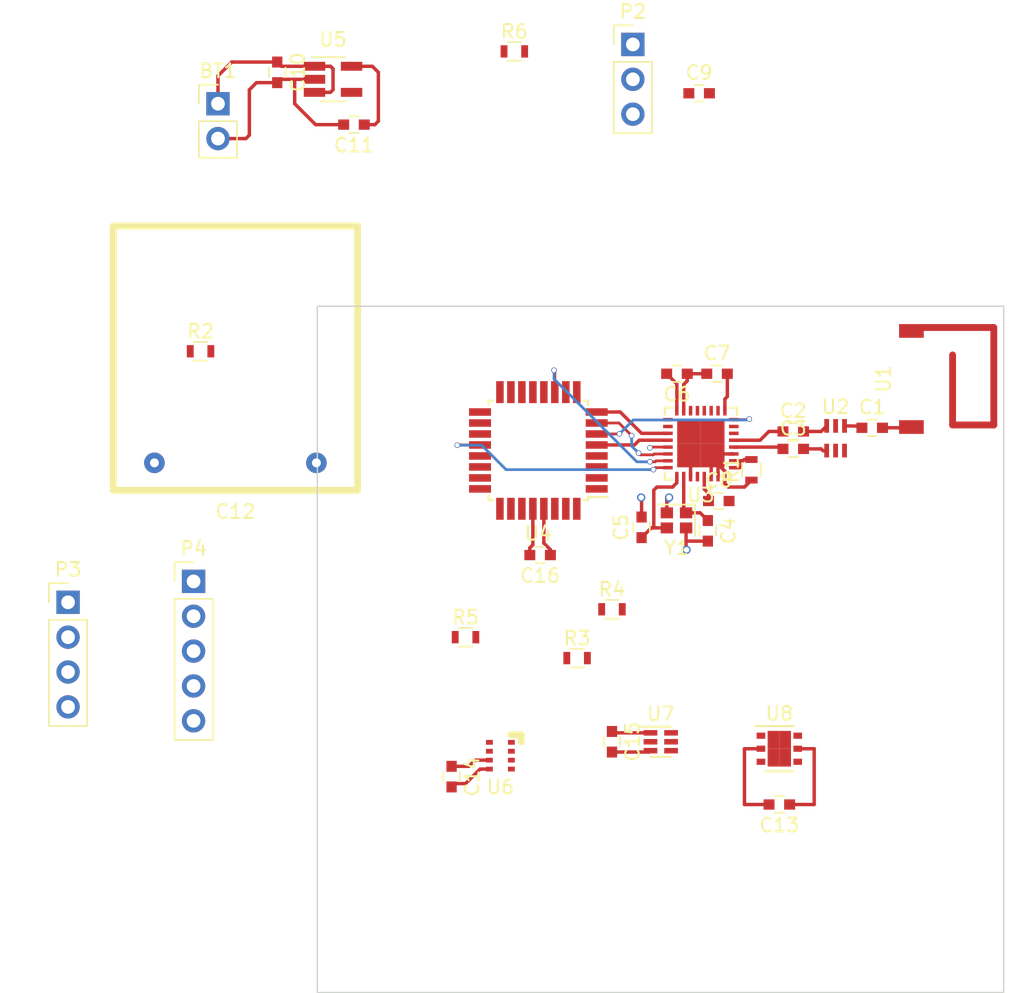
<source format=kicad_pcb>
(kicad_pcb (version 4) (host pcbnew 4.0.5)

  (general
    (links 116)
    (no_connects 71)
    (area 111.806667 87.567 187.257 148.879)
    (thickness 1.6)
    (drawings 4)
    (tracks 181)
    (zones 0)
    (modules 35)
    (nets 36)
  )

  (page A4)
  (layers
    (0 F.Cu signal)
    (31 B.Cu signal)
    (33 F.Adhes user)
    (35 F.Paste user)
    (37 F.SilkS user)
    (39 F.Mask user)
    (40 Dwgs.User user hide)
    (41 Cmts.User user hide)
    (42 Eco1.User user hide)
    (43 Eco2.User user hide)
    (44 Edge.Cuts user)
    (45 Margin user hide)
    (47 F.CrtYd user)
    (49 F.Fab user)
  )

  (setup
    (last_trace_width 0.25)
    (trace_clearance 0.2)
    (zone_clearance 0.508)
    (zone_45_only no)
    (trace_min 0.2)
    (segment_width 0.2)
    (edge_width 0.1)
    (via_size 0.6)
    (via_drill 0.4)
    (via_min_size 0.4)
    (via_min_drill 0.3)
    (uvia_size 0.3)
    (uvia_drill 0.1)
    (uvias_allowed no)
    (uvia_min_size 0.2)
    (uvia_min_drill 0.1)
    (pcb_text_width 0.3)
    (pcb_text_size 1.5 1.5)
    (mod_edge_width 0.15)
    (mod_text_size 1 1)
    (mod_text_width 0.15)
    (pad_size 1.5 1.5)
    (pad_drill 0.6)
    (pad_to_mask_clearance 0)
    (aux_axis_origin 0 0)
    (grid_origin 164.691 122.415)
    (visible_elements FFFEFF7F)
    (pcbplotparams
      (layerselection 0x00030_80000001)
      (usegerberextensions false)
      (excludeedgelayer true)
      (linewidth 0.100000)
      (plotframeref false)
      (viasonmask false)
      (mode 1)
      (useauxorigin false)
      (hpglpennumber 1)
      (hpglpenspeed 20)
      (hpglpendiameter 15)
      (hpglpenoverlay 2)
      (psnegative false)
      (psa4output false)
      (plotreference true)
      (plotvalue true)
      (plotinvisibletext false)
      (padsonsilk false)
      (subtractmaskfromsilk false)
      (outputformat 1)
      (mirror false)
      (drillshape 1)
      (scaleselection 1)
      (outputdirectory ""))
  )

  (net 0 "")
  (net 1 +BATT)
  (net 2 GNDD)
  (net 3 "Net-(C1-Pad1)")
  (net 4 "Net-(C1-Pad2)")
  (net 5 "Net-(C2-Pad1)")
  (net 6 "Net-(C2-Pad2)")
  (net 7 "Net-(C3-Pad1)")
  (net 8 "Net-(C3-Pad2)")
  (net 9 "Net-(C4-Pad1)")
  (net 10 "Net-(C5-Pad1)")
  (net 11 +3V3)
  (net 12 "Net-(C8-Pad1)")
  (net 13 "Net-(C9-Pad1)")
  (net 14 "Net-(C12-Pad1)")
  (net 15 "Net-(C16-Pad1)")
  (net 16 "Net-(P2-Pad1)")
  (net 17 "Net-(P2-Pad2)")
  (net 18 /cpu/CO2_RESET)
  (net 19 /cpu/CO2_EN_VBB)
  (net 20 /sensors/CO2_RXD)
  (net 21 /sensors/CO2_TXD)
  (net 22 /cpu/CO2_RDY)
  (net 23 GNDA)
  (net 24 /cpu/I2C_SCL)
  (net 25 /cpu/I2C_SDA)
  (net 26 /cpu/LIGHT_IRQ)
  (net 27 /Radio/RESET_RF)
  (net 28 /cpu/RADIO_SLP_TR)
  (net 29 /Radio/SPI_CLK)
  (net 30 /Radio/SPI_MISO)
  (net 31 /Radio/SPI_MOSI)
  (net 32 /Radio/RADIO_CS)
  (net 33 /Radio/RADIO_IRQ)
  (net 34 "Net-(U8-Pad7)")
  (net 35 "Net-(R6-Pad1)")

  (net_class Default "This is the default net class."
    (clearance 0.2)
    (trace_width 0.25)
    (via_dia 0.6)
    (via_drill 0.4)
    (uvia_dia 0.3)
    (uvia_drill 0.1)
    (add_net +3V3)
    (add_net +BATT)
    (add_net /cpu/CO2_EN_VBB)
    (add_net /cpu/CO2_RDY)
    (add_net /cpu/CO2_RESET)
    (add_net /cpu/I2C_SCL)
    (add_net /cpu/I2C_SDA)
    (add_net /cpu/LIGHT_IRQ)
    (add_net /cpu/RADIO_SLP_TR)
    (add_net /sensors/CO2_RXD)
    (add_net /sensors/CO2_TXD)
    (add_net "Net-(C1-Pad1)")
    (add_net "Net-(C1-Pad2)")
    (add_net "Net-(C12-Pad1)")
    (add_net "Net-(C16-Pad1)")
    (add_net "Net-(C2-Pad1)")
    (add_net "Net-(C2-Pad2)")
    (add_net "Net-(C3-Pad1)")
    (add_net "Net-(C3-Pad2)")
    (add_net "Net-(C4-Pad1)")
    (add_net "Net-(C5-Pad1)")
    (add_net "Net-(C8-Pad1)")
    (add_net "Net-(C9-Pad1)")
    (add_net "Net-(P2-Pad1)")
    (add_net "Net-(P2-Pad2)")
    (add_net "Net-(R6-Pad1)")
    (add_net "Net-(U8-Pad7)")
  )

  (net_class Small ""
    (clearance 0.2)
    (trace_width 0.2)
    (via_dia 0.4)
    (via_drill 0.3)
    (uvia_dia 0.3)
    (uvia_drill 0.1)
    (add_net /Radio/RADIO_CS)
    (add_net /Radio/RADIO_IRQ)
    (add_net /Radio/RESET_RF)
    (add_net /Radio/SPI_CLK)
    (add_net /Radio/SPI_MISO)
    (add_net /Radio/SPI_MOSI)
    (add_net GNDA)
    (add_net GNDD)
  )

  (module Pin_Headers:Pin_Header_Straight_1x02_Pitch2.54mm (layer F.Cu) (tedit 5862ED52) (tstamp 58C45DAE)
    (at 127.762 95.25)
    (descr "Through hole straight pin header, 1x02, 2.54mm pitch, single row")
    (tags "Through hole pin header THT 1x02 2.54mm single row")
    (path /58BE9B85/58C00A66)
    (fp_text reference BT1 (at 0 -2.39) (layer F.SilkS)
      (effects (font (size 1 1) (thickness 0.15)))
    )
    (fp_text value Battery_Cell (at 0 4.93) (layer F.Fab)
      (effects (font (size 1 1) (thickness 0.15)))
    )
    (fp_line (start -1.27 -1.27) (end -1.27 3.81) (layer F.Fab) (width 0.1))
    (fp_line (start -1.27 3.81) (end 1.27 3.81) (layer F.Fab) (width 0.1))
    (fp_line (start 1.27 3.81) (end 1.27 -1.27) (layer F.Fab) (width 0.1))
    (fp_line (start 1.27 -1.27) (end -1.27 -1.27) (layer F.Fab) (width 0.1))
    (fp_line (start -1.39 1.27) (end -1.39 3.93) (layer F.SilkS) (width 0.12))
    (fp_line (start -1.39 3.93) (end 1.39 3.93) (layer F.SilkS) (width 0.12))
    (fp_line (start 1.39 3.93) (end 1.39 1.27) (layer F.SilkS) (width 0.12))
    (fp_line (start 1.39 1.27) (end -1.39 1.27) (layer F.SilkS) (width 0.12))
    (fp_line (start -1.39 0) (end -1.39 -1.39) (layer F.SilkS) (width 0.12))
    (fp_line (start -1.39 -1.39) (end 0 -1.39) (layer F.SilkS) (width 0.12))
    (fp_line (start -1.6 -1.6) (end -1.6 4.1) (layer F.CrtYd) (width 0.05))
    (fp_line (start -1.6 4.1) (end 1.6 4.1) (layer F.CrtYd) (width 0.05))
    (fp_line (start 1.6 4.1) (end 1.6 -1.6) (layer F.CrtYd) (width 0.05))
    (fp_line (start 1.6 -1.6) (end -1.6 -1.6) (layer F.CrtYd) (width 0.05))
    (pad 1 thru_hole rect (at 0 0) (size 1.7 1.7) (drill 1) (layers *.Cu *.Mask)
      (net 1 +BATT))
    (pad 2 thru_hole oval (at 0 2.54) (size 1.7 1.7) (drill 1) (layers *.Cu *.Mask)
      (net 2 GNDD))
    (model Pin_Headers.3dshapes/Pin_Header_Straight_1x02_Pitch2.54mm.wrl
      (at (xyz 0 -0.05 0))
      (scale (xyz 1 1 1))
      (rotate (xyz 0 0 90))
    )
  )

  (module Capacitors_SMD:C_0603 (layer F.Cu) (tedit 58AA844E) (tstamp 58C45DBF)
    (at 175.4225 118.859)
    (descr "Capacitor SMD 0603, reflow soldering, AVX (see smccp.pdf)")
    (tags "capacitor 0603")
    (path /58BE8F84/58C284EC)
    (attr smd)
    (fp_text reference C1 (at 0 -1.5) (layer F.SilkS)
      (effects (font (size 1 1) (thickness 0.15)))
    )
    (fp_text value 100pF (at 0 1.5) (layer F.Fab)
      (effects (font (size 1 1) (thickness 0.15)))
    )
    (fp_text user %R (at 0 -1.5) (layer F.Fab)
      (effects (font (size 1 1) (thickness 0.15)))
    )
    (fp_line (start -0.8 0.4) (end -0.8 -0.4) (layer F.Fab) (width 0.1))
    (fp_line (start 0.8 0.4) (end -0.8 0.4) (layer F.Fab) (width 0.1))
    (fp_line (start 0.8 -0.4) (end 0.8 0.4) (layer F.Fab) (width 0.1))
    (fp_line (start -0.8 -0.4) (end 0.8 -0.4) (layer F.Fab) (width 0.1))
    (fp_line (start -0.35 -0.6) (end 0.35 -0.6) (layer F.SilkS) (width 0.12))
    (fp_line (start 0.35 0.6) (end -0.35 0.6) (layer F.SilkS) (width 0.12))
    (fp_line (start -1.4 -0.65) (end 1.4 -0.65) (layer F.CrtYd) (width 0.05))
    (fp_line (start -1.4 -0.65) (end -1.4 0.65) (layer F.CrtYd) (width 0.05))
    (fp_line (start 1.4 0.65) (end 1.4 -0.65) (layer F.CrtYd) (width 0.05))
    (fp_line (start 1.4 0.65) (end -1.4 0.65) (layer F.CrtYd) (width 0.05))
    (pad 1 smd rect (at -0.75 0) (size 0.8 0.75) (layers F.Cu F.Paste F.Mask)
      (net 3 "Net-(C1-Pad1)"))
    (pad 2 smd rect (at 0.75 0) (size 0.8 0.75) (layers F.Cu F.Paste F.Mask)
      (net 4 "Net-(C1-Pad2)"))
    (model Capacitors_SMD.3dshapes/C_0603.wrl
      (at (xyz 0 0 0))
      (scale (xyz 1 1 1))
      (rotate (xyz 0 0 0))
    )
  )

  (module Capacitors_SMD:C_0603 (layer F.Cu) (tedit 58AA844E) (tstamp 58C45DD0)
    (at 169.672 119.126)
    (descr "Capacitor SMD 0603, reflow soldering, AVX (see smccp.pdf)")
    (tags "capacitor 0603")
    (path /58BE8F84/58C27D7E)
    (attr smd)
    (fp_text reference C2 (at 0 -1.5) (layer F.SilkS)
      (effects (font (size 1 1) (thickness 0.15)))
    )
    (fp_text value 100pF (at 0 1.5) (layer F.Fab)
      (effects (font (size 1 1) (thickness 0.15)))
    )
    (fp_text user %R (at 0 -1.5) (layer F.Fab)
      (effects (font (size 1 1) (thickness 0.15)))
    )
    (fp_line (start -0.8 0.4) (end -0.8 -0.4) (layer F.Fab) (width 0.1))
    (fp_line (start 0.8 0.4) (end -0.8 0.4) (layer F.Fab) (width 0.1))
    (fp_line (start 0.8 -0.4) (end 0.8 0.4) (layer F.Fab) (width 0.1))
    (fp_line (start -0.8 -0.4) (end 0.8 -0.4) (layer F.Fab) (width 0.1))
    (fp_line (start -0.35 -0.6) (end 0.35 -0.6) (layer F.SilkS) (width 0.12))
    (fp_line (start 0.35 0.6) (end -0.35 0.6) (layer F.SilkS) (width 0.12))
    (fp_line (start -1.4 -0.65) (end 1.4 -0.65) (layer F.CrtYd) (width 0.05))
    (fp_line (start -1.4 -0.65) (end -1.4 0.65) (layer F.CrtYd) (width 0.05))
    (fp_line (start 1.4 0.65) (end 1.4 -0.65) (layer F.CrtYd) (width 0.05))
    (fp_line (start 1.4 0.65) (end -1.4 0.65) (layer F.CrtYd) (width 0.05))
    (pad 1 smd rect (at -0.75 0) (size 0.8 0.75) (layers F.Cu F.Paste F.Mask)
      (net 5 "Net-(C2-Pad1)"))
    (pad 2 smd rect (at 0.75 0) (size 0.8 0.75) (layers F.Cu F.Paste F.Mask)
      (net 6 "Net-(C2-Pad2)"))
    (model Capacitors_SMD.3dshapes/C_0603.wrl
      (at (xyz 0 0 0))
      (scale (xyz 1 1 1))
      (rotate (xyz 0 0 0))
    )
  )

  (module Capacitors_SMD:C_0603 (layer F.Cu) (tedit 58AA844E) (tstamp 58C45DE1)
    (at 169.672 120.396)
    (descr "Capacitor SMD 0603, reflow soldering, AVX (see smccp.pdf)")
    (tags "capacitor 0603")
    (path /58BE8F84/58C279CC)
    (attr smd)
    (fp_text reference C3 (at 0 -1.5) (layer F.SilkS)
      (effects (font (size 1 1) (thickness 0.15)))
    )
    (fp_text value 100pF (at 0 1.5) (layer F.Fab)
      (effects (font (size 1 1) (thickness 0.15)))
    )
    (fp_text user %R (at 0 -1.5) (layer F.Fab)
      (effects (font (size 1 1) (thickness 0.15)))
    )
    (fp_line (start -0.8 0.4) (end -0.8 -0.4) (layer F.Fab) (width 0.1))
    (fp_line (start 0.8 0.4) (end -0.8 0.4) (layer F.Fab) (width 0.1))
    (fp_line (start 0.8 -0.4) (end 0.8 0.4) (layer F.Fab) (width 0.1))
    (fp_line (start -0.8 -0.4) (end 0.8 -0.4) (layer F.Fab) (width 0.1))
    (fp_line (start -0.35 -0.6) (end 0.35 -0.6) (layer F.SilkS) (width 0.12))
    (fp_line (start 0.35 0.6) (end -0.35 0.6) (layer F.SilkS) (width 0.12))
    (fp_line (start -1.4 -0.65) (end 1.4 -0.65) (layer F.CrtYd) (width 0.05))
    (fp_line (start -1.4 -0.65) (end -1.4 0.65) (layer F.CrtYd) (width 0.05))
    (fp_line (start 1.4 0.65) (end 1.4 -0.65) (layer F.CrtYd) (width 0.05))
    (fp_line (start 1.4 0.65) (end -1.4 0.65) (layer F.CrtYd) (width 0.05))
    (pad 1 smd rect (at -0.75 0) (size 0.8 0.75) (layers F.Cu F.Paste F.Mask)
      (net 7 "Net-(C3-Pad1)"))
    (pad 2 smd rect (at 0.75 0) (size 0.8 0.75) (layers F.Cu F.Paste F.Mask)
      (net 8 "Net-(C3-Pad2)"))
    (model Capacitors_SMD.3dshapes/C_0603.wrl
      (at (xyz 0 0 0))
      (scale (xyz 1 1 1))
      (rotate (xyz 0 0 0))
    )
  )

  (module Capacitors_SMD:C_0603 (layer F.Cu) (tedit 58AA844E) (tstamp 58C45DF2)
    (at 163.449 126.365 270)
    (descr "Capacitor SMD 0603, reflow soldering, AVX (see smccp.pdf)")
    (tags "capacitor 0603")
    (path /58BE8F84/58AF5BF7)
    (attr smd)
    (fp_text reference C4 (at 0 -1.5 270) (layer F.SilkS)
      (effects (font (size 1 1) (thickness 0.15)))
    )
    (fp_text value 10pF (at 0 1.5 270) (layer F.Fab)
      (effects (font (size 1 1) (thickness 0.15)))
    )
    (fp_text user %R (at 0 -1.5 270) (layer F.Fab)
      (effects (font (size 1 1) (thickness 0.15)))
    )
    (fp_line (start -0.8 0.4) (end -0.8 -0.4) (layer F.Fab) (width 0.1))
    (fp_line (start 0.8 0.4) (end -0.8 0.4) (layer F.Fab) (width 0.1))
    (fp_line (start 0.8 -0.4) (end 0.8 0.4) (layer F.Fab) (width 0.1))
    (fp_line (start -0.8 -0.4) (end 0.8 -0.4) (layer F.Fab) (width 0.1))
    (fp_line (start -0.35 -0.6) (end 0.35 -0.6) (layer F.SilkS) (width 0.12))
    (fp_line (start 0.35 0.6) (end -0.35 0.6) (layer F.SilkS) (width 0.12))
    (fp_line (start -1.4 -0.65) (end 1.4 -0.65) (layer F.CrtYd) (width 0.05))
    (fp_line (start -1.4 -0.65) (end -1.4 0.65) (layer F.CrtYd) (width 0.05))
    (fp_line (start 1.4 0.65) (end 1.4 -0.65) (layer F.CrtYd) (width 0.05))
    (fp_line (start 1.4 0.65) (end -1.4 0.65) (layer F.CrtYd) (width 0.05))
    (pad 1 smd rect (at -0.75 0 270) (size 0.8 0.75) (layers F.Cu F.Paste F.Mask)
      (net 9 "Net-(C4-Pad1)"))
    (pad 2 smd rect (at 0.75 0 270) (size 0.8 0.75) (layers F.Cu F.Paste F.Mask)
      (net 2 GNDD))
    (model Capacitors_SMD.3dshapes/C_0603.wrl
      (at (xyz 0 0 0))
      (scale (xyz 1 1 1))
      (rotate (xyz 0 0 0))
    )
  )

  (module Capacitors_SMD:C_0603 (layer F.Cu) (tedit 58AA844E) (tstamp 58C45E03)
    (at 158.623 126.111 90)
    (descr "Capacitor SMD 0603, reflow soldering, AVX (see smccp.pdf)")
    (tags "capacitor 0603")
    (path /58BE8F84/58AF5C63)
    (attr smd)
    (fp_text reference C5 (at 0 -1.5 90) (layer F.SilkS)
      (effects (font (size 1 1) (thickness 0.15)))
    )
    (fp_text value 10pF (at 0 1.5 90) (layer F.Fab)
      (effects (font (size 1 1) (thickness 0.15)))
    )
    (fp_text user %R (at 0 -1.5 90) (layer F.Fab)
      (effects (font (size 1 1) (thickness 0.15)))
    )
    (fp_line (start -0.8 0.4) (end -0.8 -0.4) (layer F.Fab) (width 0.1))
    (fp_line (start 0.8 0.4) (end -0.8 0.4) (layer F.Fab) (width 0.1))
    (fp_line (start 0.8 -0.4) (end 0.8 0.4) (layer F.Fab) (width 0.1))
    (fp_line (start -0.8 -0.4) (end 0.8 -0.4) (layer F.Fab) (width 0.1))
    (fp_line (start -0.35 -0.6) (end 0.35 -0.6) (layer F.SilkS) (width 0.12))
    (fp_line (start 0.35 0.6) (end -0.35 0.6) (layer F.SilkS) (width 0.12))
    (fp_line (start -1.4 -0.65) (end 1.4 -0.65) (layer F.CrtYd) (width 0.05))
    (fp_line (start -1.4 -0.65) (end -1.4 0.65) (layer F.CrtYd) (width 0.05))
    (fp_line (start 1.4 0.65) (end 1.4 -0.65) (layer F.CrtYd) (width 0.05))
    (fp_line (start 1.4 0.65) (end -1.4 0.65) (layer F.CrtYd) (width 0.05))
    (pad 1 smd rect (at -0.75 0 90) (size 0.8 0.75) (layers F.Cu F.Paste F.Mask)
      (net 10 "Net-(C5-Pad1)"))
    (pad 2 smd rect (at 0.75 0 90) (size 0.8 0.75) (layers F.Cu F.Paste F.Mask)
      (net 2 GNDD))
    (model Capacitors_SMD.3dshapes/C_0603.wrl
      (at (xyz 0 0 0))
      (scale (xyz 1 1 1))
      (rotate (xyz 0 0 0))
    )
  )

  (module Capacitors_SMD:C_0603 (layer F.Cu) (tedit 58AA844E) (tstamp 58C45E14)
    (at 161.1985 114.922 180)
    (descr "Capacitor SMD 0603, reflow soldering, AVX (see smccp.pdf)")
    (tags "capacitor 0603")
    (path /58BE8F84/58AF69ED)
    (attr smd)
    (fp_text reference C6 (at 0 -1.5 180) (layer F.SilkS)
      (effects (font (size 1 1) (thickness 0.15)))
    )
    (fp_text value 1uF (at 0 1.5 180) (layer F.Fab)
      (effects (font (size 1 1) (thickness 0.15)))
    )
    (fp_text user %R (at 0 -1.5 180) (layer F.Fab)
      (effects (font (size 1 1) (thickness 0.15)))
    )
    (fp_line (start -0.8 0.4) (end -0.8 -0.4) (layer F.Fab) (width 0.1))
    (fp_line (start 0.8 0.4) (end -0.8 0.4) (layer F.Fab) (width 0.1))
    (fp_line (start 0.8 -0.4) (end 0.8 0.4) (layer F.Fab) (width 0.1))
    (fp_line (start -0.8 -0.4) (end 0.8 -0.4) (layer F.Fab) (width 0.1))
    (fp_line (start -0.35 -0.6) (end 0.35 -0.6) (layer F.SilkS) (width 0.12))
    (fp_line (start 0.35 0.6) (end -0.35 0.6) (layer F.SilkS) (width 0.12))
    (fp_line (start -1.4 -0.65) (end 1.4 -0.65) (layer F.CrtYd) (width 0.05))
    (fp_line (start -1.4 -0.65) (end -1.4 0.65) (layer F.CrtYd) (width 0.05))
    (fp_line (start 1.4 0.65) (end 1.4 -0.65) (layer F.CrtYd) (width 0.05))
    (fp_line (start 1.4 0.65) (end -1.4 0.65) (layer F.CrtYd) (width 0.05))
    (pad 1 smd rect (at -0.75 0 180) (size 0.8 0.75) (layers F.Cu F.Paste F.Mask)
      (net 11 +3V3))
    (pad 2 smd rect (at 0.75 0 180) (size 0.8 0.75) (layers F.Cu F.Paste F.Mask)
      (net 2 GNDD))
    (model Capacitors_SMD.3dshapes/C_0603.wrl
      (at (xyz 0 0 0))
      (scale (xyz 1 1 1))
      (rotate (xyz 0 0 0))
    )
  )

  (module Capacitors_SMD:C_0603 (layer F.Cu) (tedit 58AA844E) (tstamp 58C45E25)
    (at 164.1195 114.922)
    (descr "Capacitor SMD 0603, reflow soldering, AVX (see smccp.pdf)")
    (tags "capacitor 0603")
    (path /58BE8F84/58AF64FE)
    (attr smd)
    (fp_text reference C7 (at 0 -1.5) (layer F.SilkS)
      (effects (font (size 1 1) (thickness 0.15)))
    )
    (fp_text value 1uF (at 0 1.5) (layer F.Fab)
      (effects (font (size 1 1) (thickness 0.15)))
    )
    (fp_text user %R (at 0 -1.5) (layer F.Fab)
      (effects (font (size 1 1) (thickness 0.15)))
    )
    (fp_line (start -0.8 0.4) (end -0.8 -0.4) (layer F.Fab) (width 0.1))
    (fp_line (start 0.8 0.4) (end -0.8 0.4) (layer F.Fab) (width 0.1))
    (fp_line (start 0.8 -0.4) (end 0.8 0.4) (layer F.Fab) (width 0.1))
    (fp_line (start -0.8 -0.4) (end 0.8 -0.4) (layer F.Fab) (width 0.1))
    (fp_line (start -0.35 -0.6) (end 0.35 -0.6) (layer F.SilkS) (width 0.12))
    (fp_line (start 0.35 0.6) (end -0.35 0.6) (layer F.SilkS) (width 0.12))
    (fp_line (start -1.4 -0.65) (end 1.4 -0.65) (layer F.CrtYd) (width 0.05))
    (fp_line (start -1.4 -0.65) (end -1.4 0.65) (layer F.CrtYd) (width 0.05))
    (fp_line (start 1.4 0.65) (end 1.4 -0.65) (layer F.CrtYd) (width 0.05))
    (fp_line (start 1.4 0.65) (end -1.4 0.65) (layer F.CrtYd) (width 0.05))
    (pad 1 smd rect (at -0.75 0) (size 0.8 0.75) (layers F.Cu F.Paste F.Mask)
      (net 11 +3V3))
    (pad 2 smd rect (at 0.75 0) (size 0.8 0.75) (layers F.Cu F.Paste F.Mask)
      (net 2 GNDD))
    (model Capacitors_SMD.3dshapes/C_0603.wrl
      (at (xyz 0 0 0))
      (scale (xyz 1 1 1))
      (rotate (xyz 0 0 0))
    )
  )

  (module Capacitors_SMD:C_0603 (layer F.Cu) (tedit 58AA844E) (tstamp 58C45E36)
    (at 164.2465 124.193)
    (descr "Capacitor SMD 0603, reflow soldering, AVX (see smccp.pdf)")
    (tags "capacitor 0603")
    (path /58BE8F84/58AF664C)
    (attr smd)
    (fp_text reference C8 (at 0 -1.5) (layer F.SilkS)
      (effects (font (size 1 1) (thickness 0.15)))
    )
    (fp_text value 1uF (at 0 1.5) (layer F.Fab)
      (effects (font (size 1 1) (thickness 0.15)))
    )
    (fp_text user %R (at 0 -1.5) (layer F.Fab)
      (effects (font (size 1 1) (thickness 0.15)))
    )
    (fp_line (start -0.8 0.4) (end -0.8 -0.4) (layer F.Fab) (width 0.1))
    (fp_line (start 0.8 0.4) (end -0.8 0.4) (layer F.Fab) (width 0.1))
    (fp_line (start 0.8 -0.4) (end 0.8 0.4) (layer F.Fab) (width 0.1))
    (fp_line (start -0.8 -0.4) (end 0.8 -0.4) (layer F.Fab) (width 0.1))
    (fp_line (start -0.35 -0.6) (end 0.35 -0.6) (layer F.SilkS) (width 0.12))
    (fp_line (start 0.35 0.6) (end -0.35 0.6) (layer F.SilkS) (width 0.12))
    (fp_line (start -1.4 -0.65) (end 1.4 -0.65) (layer F.CrtYd) (width 0.05))
    (fp_line (start -1.4 -0.65) (end -1.4 0.65) (layer F.CrtYd) (width 0.05))
    (fp_line (start 1.4 0.65) (end 1.4 -0.65) (layer F.CrtYd) (width 0.05))
    (fp_line (start 1.4 0.65) (end -1.4 0.65) (layer F.CrtYd) (width 0.05))
    (pad 1 smd rect (at -0.75 0) (size 0.8 0.75) (layers F.Cu F.Paste F.Mask)
      (net 12 "Net-(C8-Pad1)"))
    (pad 2 smd rect (at 0.75 0) (size 0.8 0.75) (layers F.Cu F.Paste F.Mask)
      (net 2 GNDD))
    (model Capacitors_SMD.3dshapes/C_0603.wrl
      (at (xyz 0 0 0))
      (scale (xyz 1 1 1))
      (rotate (xyz 0 0 0))
    )
  )

  (module Capacitors_SMD:C_0603 (layer F.Cu) (tedit 58AA844E) (tstamp 58C45E47)
    (at 162.814 94.488)
    (descr "Capacitor SMD 0603, reflow soldering, AVX (see smccp.pdf)")
    (tags "capacitor 0603")
    (path /58BE8F84/58AF6160)
    (attr smd)
    (fp_text reference C9 (at 0 -1.5) (layer F.SilkS)
      (effects (font (size 1 1) (thickness 0.15)))
    )
    (fp_text value 1uF (at 0 1.5) (layer F.Fab)
      (effects (font (size 1 1) (thickness 0.15)))
    )
    (fp_text user %R (at 0 -1.5) (layer F.Fab)
      (effects (font (size 1 1) (thickness 0.15)))
    )
    (fp_line (start -0.8 0.4) (end -0.8 -0.4) (layer F.Fab) (width 0.1))
    (fp_line (start 0.8 0.4) (end -0.8 0.4) (layer F.Fab) (width 0.1))
    (fp_line (start 0.8 -0.4) (end 0.8 0.4) (layer F.Fab) (width 0.1))
    (fp_line (start -0.8 -0.4) (end 0.8 -0.4) (layer F.Fab) (width 0.1))
    (fp_line (start -0.35 -0.6) (end 0.35 -0.6) (layer F.SilkS) (width 0.12))
    (fp_line (start 0.35 0.6) (end -0.35 0.6) (layer F.SilkS) (width 0.12))
    (fp_line (start -1.4 -0.65) (end 1.4 -0.65) (layer F.CrtYd) (width 0.05))
    (fp_line (start -1.4 -0.65) (end -1.4 0.65) (layer F.CrtYd) (width 0.05))
    (fp_line (start 1.4 0.65) (end 1.4 -0.65) (layer F.CrtYd) (width 0.05))
    (fp_line (start 1.4 0.65) (end -1.4 0.65) (layer F.CrtYd) (width 0.05))
    (pad 1 smd rect (at -0.75 0) (size 0.8 0.75) (layers F.Cu F.Paste F.Mask)
      (net 13 "Net-(C9-Pad1)"))
    (pad 2 smd rect (at 0.75 0) (size 0.8 0.75) (layers F.Cu F.Paste F.Mask)
      (net 2 GNDD))
    (model Capacitors_SMD.3dshapes/C_0603.wrl
      (at (xyz 0 0 0))
      (scale (xyz 1 1 1))
      (rotate (xyz 0 0 0))
    )
  )

  (module Capacitors_SMD:C_0603 (layer F.Cu) (tedit 58AA844E) (tstamp 58C45E58)
    (at 132.08 92.964 270)
    (descr "Capacitor SMD 0603, reflow soldering, AVX (see smccp.pdf)")
    (tags "capacitor 0603")
    (path /58BE9B85/58C008D1)
    (attr smd)
    (fp_text reference C10 (at 0 -1.5 270) (layer F.SilkS)
      (effects (font (size 1 1) (thickness 0.15)))
    )
    (fp_text value 100nF (at 0 1.5 270) (layer F.Fab)
      (effects (font (size 1 1) (thickness 0.15)))
    )
    (fp_text user %R (at 0 -1.5 270) (layer F.Fab)
      (effects (font (size 1 1) (thickness 0.15)))
    )
    (fp_line (start -0.8 0.4) (end -0.8 -0.4) (layer F.Fab) (width 0.1))
    (fp_line (start 0.8 0.4) (end -0.8 0.4) (layer F.Fab) (width 0.1))
    (fp_line (start 0.8 -0.4) (end 0.8 0.4) (layer F.Fab) (width 0.1))
    (fp_line (start -0.8 -0.4) (end 0.8 -0.4) (layer F.Fab) (width 0.1))
    (fp_line (start -0.35 -0.6) (end 0.35 -0.6) (layer F.SilkS) (width 0.12))
    (fp_line (start 0.35 0.6) (end -0.35 0.6) (layer F.SilkS) (width 0.12))
    (fp_line (start -1.4 -0.65) (end 1.4 -0.65) (layer F.CrtYd) (width 0.05))
    (fp_line (start -1.4 -0.65) (end -1.4 0.65) (layer F.CrtYd) (width 0.05))
    (fp_line (start 1.4 0.65) (end 1.4 -0.65) (layer F.CrtYd) (width 0.05))
    (fp_line (start 1.4 0.65) (end -1.4 0.65) (layer F.CrtYd) (width 0.05))
    (pad 1 smd rect (at -0.75 0 270) (size 0.8 0.75) (layers F.Cu F.Paste F.Mask)
      (net 1 +BATT))
    (pad 2 smd rect (at 0.75 0 270) (size 0.8 0.75) (layers F.Cu F.Paste F.Mask)
      (net 2 GNDD))
    (model Capacitors_SMD.3dshapes/C_0603.wrl
      (at (xyz 0 0 0))
      (scale (xyz 1 1 1))
      (rotate (xyz 0 0 0))
    )
  )

  (module Capacitors_SMD:C_0603 (layer F.Cu) (tedit 58AA844E) (tstamp 58C45E69)
    (at 137.668 96.774 180)
    (descr "Capacitor SMD 0603, reflow soldering, AVX (see smccp.pdf)")
    (tags "capacitor 0603")
    (path /58BE9B85/58C007E1)
    (attr smd)
    (fp_text reference C11 (at 0 -1.5 180) (layer F.SilkS)
      (effects (font (size 1 1) (thickness 0.15)))
    )
    (fp_text value C_Small (at 0 1.5 180) (layer F.Fab)
      (effects (font (size 1 1) (thickness 0.15)))
    )
    (fp_text user %R (at 0 -1.5 180) (layer F.Fab)
      (effects (font (size 1 1) (thickness 0.15)))
    )
    (fp_line (start -0.8 0.4) (end -0.8 -0.4) (layer F.Fab) (width 0.1))
    (fp_line (start 0.8 0.4) (end -0.8 0.4) (layer F.Fab) (width 0.1))
    (fp_line (start 0.8 -0.4) (end 0.8 0.4) (layer F.Fab) (width 0.1))
    (fp_line (start -0.8 -0.4) (end 0.8 -0.4) (layer F.Fab) (width 0.1))
    (fp_line (start -0.35 -0.6) (end 0.35 -0.6) (layer F.SilkS) (width 0.12))
    (fp_line (start 0.35 0.6) (end -0.35 0.6) (layer F.SilkS) (width 0.12))
    (fp_line (start -1.4 -0.65) (end 1.4 -0.65) (layer F.CrtYd) (width 0.05))
    (fp_line (start -1.4 -0.65) (end -1.4 0.65) (layer F.CrtYd) (width 0.05))
    (fp_line (start 1.4 0.65) (end 1.4 -0.65) (layer F.CrtYd) (width 0.05))
    (fp_line (start 1.4 0.65) (end -1.4 0.65) (layer F.CrtYd) (width 0.05))
    (pad 1 smd rect (at -0.75 0 180) (size 0.8 0.75) (layers F.Cu F.Paste F.Mask)
      (net 11 +3V3))
    (pad 2 smd rect (at 0.75 0 180) (size 0.8 0.75) (layers F.Cu F.Paste F.Mask)
      (net 2 GNDD))
    (model Capacitors_SMD.3dshapes/C_0603.wrl
      (at (xyz 0 0 0))
      (scale (xyz 1 1 1))
      (rotate (xyz 0 0 0))
    )
  )

  (module custom:PM-5R0H474-R (layer F.Cu) (tedit 58C4522E) (tstamp 58C45E73)
    (at 129.032 121.412)
    (path /58BE938D/58C311FE)
    (fp_text reference C12 (at 0 3.556) (layer F.SilkS)
      (effects (font (size 1 1) (thickness 0.15)))
    )
    (fp_text value 0.47F (at 0 -6.35) (layer F.Fab)
      (effects (font (size 1 1) (thickness 0.15)))
    )
    (fp_line (start -8.9 2) (end 8.9 2) (layer F.SilkS) (width 0.5))
    (fp_line (start 8.9 1.75) (end 8.9 -17.25) (layer F.SilkS) (width 0.5))
    (fp_line (start -8.9 -17.25) (end 8.9 -17.25) (layer F.SilkS) (width 0.5))
    (fp_line (start -8.9 1.75) (end -8.9 -17.25) (layer F.SilkS) (width 0.5))
    (pad 1 thru_hole circle (at -5.9 0) (size 1.5 1.5) (drill 0.65) (layers *.Cu *.Mask)
      (net 14 "Net-(C12-Pad1)"))
    (pad 2 thru_hole circle (at 5.9 0) (size 1.5 1.5) (drill 0.65) (layers *.Cu *.Mask)
      (net 2 GNDD))
  )

  (module Capacitors_SMD:C_0603 (layer F.Cu) (tedit 58C54E49) (tstamp 58C45E84)
    (at 168.656 146.304 180)
    (descr "Capacitor SMD 0603, reflow soldering, AVX (see smccp.pdf)")
    (tags "capacitor 0603")
    (path /58BE938D/58C1ACA1)
    (attr smd)
    (fp_text reference C13 (at 0 -1.5 180) (layer F.SilkS)
      (effects (font (size 1 1) (thickness 0.15)))
    )
    (fp_text value 100nF (at -3.556 -1.016 180) (layer F.Fab)
      (effects (font (size 1 1) (thickness 0.15)))
    )
    (fp_text user %R (at 0 -1.5 180) (layer F.Fab)
      (effects (font (size 1 1) (thickness 0.15)))
    )
    (fp_line (start -0.8 0.4) (end -0.8 -0.4) (layer F.Fab) (width 0.1))
    (fp_line (start 0.8 0.4) (end -0.8 0.4) (layer F.Fab) (width 0.1))
    (fp_line (start 0.8 -0.4) (end 0.8 0.4) (layer F.Fab) (width 0.1))
    (fp_line (start -0.8 -0.4) (end 0.8 -0.4) (layer F.Fab) (width 0.1))
    (fp_line (start -0.35 -0.6) (end 0.35 -0.6) (layer F.SilkS) (width 0.12))
    (fp_line (start 0.35 0.6) (end -0.35 0.6) (layer F.SilkS) (width 0.12))
    (fp_line (start -1.4 -0.65) (end 1.4 -0.65) (layer F.CrtYd) (width 0.05))
    (fp_line (start -1.4 -0.65) (end -1.4 0.65) (layer F.CrtYd) (width 0.05))
    (fp_line (start 1.4 0.65) (end 1.4 -0.65) (layer F.CrtYd) (width 0.05))
    (fp_line (start 1.4 0.65) (end -1.4 0.65) (layer F.CrtYd) (width 0.05))
    (pad 1 smd rect (at -0.75 0 180) (size 0.8 0.75) (layers F.Cu F.Paste F.Mask)
      (net 11 +3V3))
    (pad 2 smd rect (at 0.75 0 180) (size 0.8 0.75) (layers F.Cu F.Paste F.Mask)
      (net 2 GNDD))
    (model Capacitors_SMD.3dshapes/C_0603.wrl
      (at (xyz 0 0 0))
      (scale (xyz 1 1 1))
      (rotate (xyz 0 0 0))
    )
  )

  (module Capacitors_SMD:C_0603 (layer F.Cu) (tedit 58AA844E) (tstamp 58C45E95)
    (at 144.78 144.272 270)
    (descr "Capacitor SMD 0603, reflow soldering, AVX (see smccp.pdf)")
    (tags "capacitor 0603")
    (path /58BE938D/58C3178C)
    (attr smd)
    (fp_text reference C14 (at 0 -1.5 270) (layer F.SilkS)
      (effects (font (size 1 1) (thickness 0.15)))
    )
    (fp_text value 100nF (at 0 1.5 270) (layer F.Fab)
      (effects (font (size 1 1) (thickness 0.15)))
    )
    (fp_text user %R (at 0 -1.5 270) (layer F.Fab)
      (effects (font (size 1 1) (thickness 0.15)))
    )
    (fp_line (start -0.8 0.4) (end -0.8 -0.4) (layer F.Fab) (width 0.1))
    (fp_line (start 0.8 0.4) (end -0.8 0.4) (layer F.Fab) (width 0.1))
    (fp_line (start 0.8 -0.4) (end 0.8 0.4) (layer F.Fab) (width 0.1))
    (fp_line (start -0.8 -0.4) (end 0.8 -0.4) (layer F.Fab) (width 0.1))
    (fp_line (start -0.35 -0.6) (end 0.35 -0.6) (layer F.SilkS) (width 0.12))
    (fp_line (start 0.35 0.6) (end -0.35 0.6) (layer F.SilkS) (width 0.12))
    (fp_line (start -1.4 -0.65) (end 1.4 -0.65) (layer F.CrtYd) (width 0.05))
    (fp_line (start -1.4 -0.65) (end -1.4 0.65) (layer F.CrtYd) (width 0.05))
    (fp_line (start 1.4 0.65) (end 1.4 -0.65) (layer F.CrtYd) (width 0.05))
    (fp_line (start 1.4 0.65) (end -1.4 0.65) (layer F.CrtYd) (width 0.05))
    (pad 1 smd rect (at -0.75 0 270) (size 0.8 0.75) (layers F.Cu F.Paste F.Mask)
      (net 11 +3V3))
    (pad 2 smd rect (at 0.75 0 270) (size 0.8 0.75) (layers F.Cu F.Paste F.Mask)
      (net 2 GNDD))
    (model Capacitors_SMD.3dshapes/C_0603.wrl
      (at (xyz 0 0 0))
      (scale (xyz 1 1 1))
      (rotate (xyz 0 0 0))
    )
  )

  (module Capacitors_SMD:C_0603 (layer F.Cu) (tedit 58AA844E) (tstamp 58C45EA6)
    (at 156.464 141.732 270)
    (descr "Capacitor SMD 0603, reflow soldering, AVX (see smccp.pdf)")
    (tags "capacitor 0603")
    (path /58BE938D/58C30F77)
    (attr smd)
    (fp_text reference C15 (at 0 -1.5 270) (layer F.SilkS)
      (effects (font (size 1 1) (thickness 0.15)))
    )
    (fp_text value 1uF (at 0 1.5 270) (layer F.Fab)
      (effects (font (size 1 1) (thickness 0.15)))
    )
    (fp_text user %R (at 0 -1.5 270) (layer F.Fab)
      (effects (font (size 1 1) (thickness 0.15)))
    )
    (fp_line (start -0.8 0.4) (end -0.8 -0.4) (layer F.Fab) (width 0.1))
    (fp_line (start 0.8 0.4) (end -0.8 0.4) (layer F.Fab) (width 0.1))
    (fp_line (start 0.8 -0.4) (end 0.8 0.4) (layer F.Fab) (width 0.1))
    (fp_line (start -0.8 -0.4) (end 0.8 -0.4) (layer F.Fab) (width 0.1))
    (fp_line (start -0.35 -0.6) (end 0.35 -0.6) (layer F.SilkS) (width 0.12))
    (fp_line (start 0.35 0.6) (end -0.35 0.6) (layer F.SilkS) (width 0.12))
    (fp_line (start -1.4 -0.65) (end 1.4 -0.65) (layer F.CrtYd) (width 0.05))
    (fp_line (start -1.4 -0.65) (end -1.4 0.65) (layer F.CrtYd) (width 0.05))
    (fp_line (start 1.4 0.65) (end 1.4 -0.65) (layer F.CrtYd) (width 0.05))
    (fp_line (start 1.4 0.65) (end -1.4 0.65) (layer F.CrtYd) (width 0.05))
    (pad 1 smd rect (at -0.75 0 270) (size 0.8 0.75) (layers F.Cu F.Paste F.Mask)
      (net 11 +3V3))
    (pad 2 smd rect (at 0.75 0 270) (size 0.8 0.75) (layers F.Cu F.Paste F.Mask)
      (net 2 GNDD))
    (model Capacitors_SMD.3dshapes/C_0603.wrl
      (at (xyz 0 0 0))
      (scale (xyz 1 1 1))
      (rotate (xyz 0 0 0))
    )
  )

  (module Capacitors_SMD:C_0603 (layer F.Cu) (tedit 58AA844E) (tstamp 58C45EB7)
    (at 151.229 128.13 180)
    (descr "Capacitor SMD 0603, reflow soldering, AVX (see smccp.pdf)")
    (tags "capacitor 0603")
    (path /58BE9AB7/58C46251)
    (attr smd)
    (fp_text reference C16 (at 0 -1.5 180) (layer F.SilkS)
      (effects (font (size 1 1) (thickness 0.15)))
    )
    (fp_text value 1uF (at 0 1.5 180) (layer F.Fab)
      (effects (font (size 1 1) (thickness 0.15)))
    )
    (fp_text user %R (at 0 -1.5 180) (layer F.Fab)
      (effects (font (size 1 1) (thickness 0.15)))
    )
    (fp_line (start -0.8 0.4) (end -0.8 -0.4) (layer F.Fab) (width 0.1))
    (fp_line (start 0.8 0.4) (end -0.8 0.4) (layer F.Fab) (width 0.1))
    (fp_line (start 0.8 -0.4) (end 0.8 0.4) (layer F.Fab) (width 0.1))
    (fp_line (start -0.8 -0.4) (end 0.8 -0.4) (layer F.Fab) (width 0.1))
    (fp_line (start -0.35 -0.6) (end 0.35 -0.6) (layer F.SilkS) (width 0.12))
    (fp_line (start 0.35 0.6) (end -0.35 0.6) (layer F.SilkS) (width 0.12))
    (fp_line (start -1.4 -0.65) (end 1.4 -0.65) (layer F.CrtYd) (width 0.05))
    (fp_line (start -1.4 -0.65) (end -1.4 0.65) (layer F.CrtYd) (width 0.05))
    (fp_line (start 1.4 0.65) (end 1.4 -0.65) (layer F.CrtYd) (width 0.05))
    (fp_line (start 1.4 0.65) (end -1.4 0.65) (layer F.CrtYd) (width 0.05))
    (pad 1 smd rect (at -0.75 0 180) (size 0.8 0.75) (layers F.Cu F.Paste F.Mask)
      (net 15 "Net-(C16-Pad1)"))
    (pad 2 smd rect (at 0.75 0 180) (size 0.8 0.75) (layers F.Cu F.Paste F.Mask)
      (net 2 GNDD))
    (model Capacitors_SMD.3dshapes/C_0603.wrl
      (at (xyz 0 0 0))
      (scale (xyz 1 1 1))
      (rotate (xyz 0 0 0))
    )
  )

  (module Pin_Headers:Pin_Header_Straight_1x03_Pitch2.54mm (layer F.Cu) (tedit 5862ED52) (tstamp 58C45ECC)
    (at 157.988 90.932)
    (descr "Through hole straight pin header, 1x03, 2.54mm pitch, single row")
    (tags "Through hole pin header THT 1x03 2.54mm single row")
    (path /58BE9AB7/58C33647)
    (fp_text reference P2 (at 0 -2.39) (layer F.SilkS)
      (effects (font (size 1 1) (thickness 0.15)))
    )
    (fp_text value CONN_01X03 (at 0 7.47) (layer F.Fab)
      (effects (font (size 1 1) (thickness 0.15)))
    )
    (fp_line (start -1.27 -1.27) (end -1.27 6.35) (layer F.Fab) (width 0.1))
    (fp_line (start -1.27 6.35) (end 1.27 6.35) (layer F.Fab) (width 0.1))
    (fp_line (start 1.27 6.35) (end 1.27 -1.27) (layer F.Fab) (width 0.1))
    (fp_line (start 1.27 -1.27) (end -1.27 -1.27) (layer F.Fab) (width 0.1))
    (fp_line (start -1.39 1.27) (end -1.39 6.47) (layer F.SilkS) (width 0.12))
    (fp_line (start -1.39 6.47) (end 1.39 6.47) (layer F.SilkS) (width 0.12))
    (fp_line (start 1.39 6.47) (end 1.39 1.27) (layer F.SilkS) (width 0.12))
    (fp_line (start 1.39 1.27) (end -1.39 1.27) (layer F.SilkS) (width 0.12))
    (fp_line (start -1.39 0) (end -1.39 -1.39) (layer F.SilkS) (width 0.12))
    (fp_line (start -1.39 -1.39) (end 0 -1.39) (layer F.SilkS) (width 0.12))
    (fp_line (start -1.6 -1.6) (end -1.6 6.6) (layer F.CrtYd) (width 0.05))
    (fp_line (start -1.6 6.6) (end 1.6 6.6) (layer F.CrtYd) (width 0.05))
    (fp_line (start 1.6 6.6) (end 1.6 -1.6) (layer F.CrtYd) (width 0.05))
    (fp_line (start 1.6 -1.6) (end -1.6 -1.6) (layer F.CrtYd) (width 0.05))
    (pad 1 thru_hole rect (at 0 0) (size 1.7 1.7) (drill 1) (layers *.Cu *.Mask)
      (net 16 "Net-(P2-Pad1)"))
    (pad 2 thru_hole oval (at 0 2.54) (size 1.7 1.7) (drill 1) (layers *.Cu *.Mask)
      (net 17 "Net-(P2-Pad2)"))
    (pad 3 thru_hole oval (at 0 5.08) (size 1.7 1.7) (drill 1) (layers *.Cu *.Mask)
      (net 2 GNDD))
    (model Pin_Headers.3dshapes/Pin_Header_Straight_1x03_Pitch2.54mm.wrl
      (at (xyz 0 -0.1 0))
      (scale (xyz 1 1 1))
      (rotate (xyz 0 0 90))
    )
  )

  (module Pin_Headers:Pin_Header_Straight_1x04_Pitch2.54mm (layer F.Cu) (tedit 5862ED52) (tstamp 58C45EE2)
    (at 116.84 131.572)
    (descr "Through hole straight pin header, 1x04, 2.54mm pitch, single row")
    (tags "Through hole pin header THT 1x04 2.54mm single row")
    (path /58BE938D/58C32FB8)
    (fp_text reference P3 (at 0 -2.39) (layer F.SilkS)
      (effects (font (size 1 1) (thickness 0.15)))
    )
    (fp_text value CONN_01X04 (at 0 10.01) (layer F.Fab)
      (effects (font (size 1 1) (thickness 0.15)))
    )
    (fp_line (start -1.27 -1.27) (end -1.27 8.89) (layer F.Fab) (width 0.1))
    (fp_line (start -1.27 8.89) (end 1.27 8.89) (layer F.Fab) (width 0.1))
    (fp_line (start 1.27 8.89) (end 1.27 -1.27) (layer F.Fab) (width 0.1))
    (fp_line (start 1.27 -1.27) (end -1.27 -1.27) (layer F.Fab) (width 0.1))
    (fp_line (start -1.39 1.27) (end -1.39 9.01) (layer F.SilkS) (width 0.12))
    (fp_line (start -1.39 9.01) (end 1.39 9.01) (layer F.SilkS) (width 0.12))
    (fp_line (start 1.39 9.01) (end 1.39 1.27) (layer F.SilkS) (width 0.12))
    (fp_line (start 1.39 1.27) (end -1.39 1.27) (layer F.SilkS) (width 0.12))
    (fp_line (start -1.39 0) (end -1.39 -1.39) (layer F.SilkS) (width 0.12))
    (fp_line (start -1.39 -1.39) (end 0 -1.39) (layer F.SilkS) (width 0.12))
    (fp_line (start -1.6 -1.6) (end -1.6 9.2) (layer F.CrtYd) (width 0.05))
    (fp_line (start -1.6 9.2) (end 1.6 9.2) (layer F.CrtYd) (width 0.05))
    (fp_line (start 1.6 9.2) (end 1.6 -1.6) (layer F.CrtYd) (width 0.05))
    (fp_line (start 1.6 -1.6) (end -1.6 -1.6) (layer F.CrtYd) (width 0.05))
    (pad 1 thru_hole rect (at 0 0) (size 1.7 1.7) (drill 1) (layers *.Cu *.Mask)
      (net 14 "Net-(C12-Pad1)"))
    (pad 2 thru_hole oval (at 0 2.54) (size 1.7 1.7) (drill 1) (layers *.Cu *.Mask)
      (net 2 GNDD))
    (pad 3 thru_hole oval (at 0 5.08) (size 1.7 1.7) (drill 1) (layers *.Cu *.Mask))
    (pad 4 thru_hole oval (at 0 7.62) (size 1.7 1.7) (drill 1) (layers *.Cu *.Mask)
      (net 18 /cpu/CO2_RESET))
    (model Pin_Headers.3dshapes/Pin_Header_Straight_1x04_Pitch2.54mm.wrl
      (at (xyz 0 -0.15 0))
      (scale (xyz 1 1 1))
      (rotate (xyz 0 0 90))
    )
  )

  (module Pin_Headers:Pin_Header_Straight_1x05_Pitch2.54mm (layer F.Cu) (tedit 5862ED52) (tstamp 58C45EF9)
    (at 125.984 130.048)
    (descr "Through hole straight pin header, 1x05, 2.54mm pitch, single row")
    (tags "Through hole pin header THT 1x05 2.54mm single row")
    (path /58BE938D/58C3304B)
    (fp_text reference P4 (at 0 -2.39) (layer F.SilkS)
      (effects (font (size 1 1) (thickness 0.15)))
    )
    (fp_text value CONN_01X05 (at 0 12.55) (layer F.Fab)
      (effects (font (size 1 1) (thickness 0.15)))
    )
    (fp_line (start -1.27 -1.27) (end -1.27 11.43) (layer F.Fab) (width 0.1))
    (fp_line (start -1.27 11.43) (end 1.27 11.43) (layer F.Fab) (width 0.1))
    (fp_line (start 1.27 11.43) (end 1.27 -1.27) (layer F.Fab) (width 0.1))
    (fp_line (start 1.27 -1.27) (end -1.27 -1.27) (layer F.Fab) (width 0.1))
    (fp_line (start -1.39 1.27) (end -1.39 11.55) (layer F.SilkS) (width 0.12))
    (fp_line (start -1.39 11.55) (end 1.39 11.55) (layer F.SilkS) (width 0.12))
    (fp_line (start 1.39 11.55) (end 1.39 1.27) (layer F.SilkS) (width 0.12))
    (fp_line (start 1.39 1.27) (end -1.39 1.27) (layer F.SilkS) (width 0.12))
    (fp_line (start -1.39 0) (end -1.39 -1.39) (layer F.SilkS) (width 0.12))
    (fp_line (start -1.39 -1.39) (end 0 -1.39) (layer F.SilkS) (width 0.12))
    (fp_line (start -1.6 -1.6) (end -1.6 11.7) (layer F.CrtYd) (width 0.05))
    (fp_line (start -1.6 11.7) (end 1.6 11.7) (layer F.CrtYd) (width 0.05))
    (fp_line (start 1.6 11.7) (end 1.6 -1.6) (layer F.CrtYd) (width 0.05))
    (fp_line (start 1.6 -1.6) (end -1.6 -1.6) (layer F.CrtYd) (width 0.05))
    (pad 1 thru_hole rect (at 0 0) (size 1.7 1.7) (drill 1) (layers *.Cu *.Mask)
      (net 11 +3V3))
    (pad 2 thru_hole oval (at 0 2.54) (size 1.7 1.7) (drill 1) (layers *.Cu *.Mask)
      (net 19 /cpu/CO2_EN_VBB))
    (pad 3 thru_hole oval (at 0 5.08) (size 1.7 1.7) (drill 1) (layers *.Cu *.Mask)
      (net 20 /sensors/CO2_RXD))
    (pad 4 thru_hole oval (at 0 7.62) (size 1.7 1.7) (drill 1) (layers *.Cu *.Mask)
      (net 21 /sensors/CO2_TXD))
    (pad 5 thru_hole oval (at 0 10.16) (size 1.7 1.7) (drill 1) (layers *.Cu *.Mask)
      (net 22 /cpu/CO2_RDY))
    (model Pin_Headers.3dshapes/Pin_Header_Straight_1x05_Pitch2.54mm.wrl
      (at (xyz 0 -0.2 0))
      (scale (xyz 1 1 1))
      (rotate (xyz 0 0 90))
    )
  )

  (module Resistors_SMD:R_0603 (layer F.Cu) (tedit 58AAD9CA) (tstamp 58C45F0A)
    (at 166.624 121.92 90)
    (descr "Resistor SMD 0603, reflow soldering, Vishay (see dcrcw.pdf)")
    (tags "resistor 0603")
    (path /58BE8F84/58C27219)
    (attr smd)
    (fp_text reference R1 (at 0 -1.45 90) (layer F.SilkS)
      (effects (font (size 1 1) (thickness 0.15)))
    )
    (fp_text value 0 (at 0 1.5 90) (layer F.Fab)
      (effects (font (size 1 1) (thickness 0.15)))
    )
    (fp_text user %R (at 0 -1.45 90) (layer F.Fab)
      (effects (font (size 1 1) (thickness 0.15)))
    )
    (fp_line (start -0.8 0.4) (end -0.8 -0.4) (layer F.Fab) (width 0.1))
    (fp_line (start 0.8 0.4) (end -0.8 0.4) (layer F.Fab) (width 0.1))
    (fp_line (start 0.8 -0.4) (end 0.8 0.4) (layer F.Fab) (width 0.1))
    (fp_line (start -0.8 -0.4) (end 0.8 -0.4) (layer F.Fab) (width 0.1))
    (fp_line (start 0.5 0.68) (end -0.5 0.68) (layer F.SilkS) (width 0.12))
    (fp_line (start -0.5 -0.68) (end 0.5 -0.68) (layer F.SilkS) (width 0.12))
    (fp_line (start -1.25 -0.7) (end 1.25 -0.7) (layer F.CrtYd) (width 0.05))
    (fp_line (start -1.25 -0.7) (end -1.25 0.7) (layer F.CrtYd) (width 0.05))
    (fp_line (start 1.25 0.7) (end 1.25 -0.7) (layer F.CrtYd) (width 0.05))
    (fp_line (start 1.25 0.7) (end -1.25 0.7) (layer F.CrtYd) (width 0.05))
    (pad 1 smd rect (at -0.75 0 90) (size 0.5 0.9) (layers F.Cu F.Paste F.Mask)
      (net 23 GNDA))
    (pad 2 smd rect (at 0.75 0 90) (size 0.5 0.9) (layers F.Cu F.Paste F.Mask)
      (net 2 GNDD))
    (model Resistors_SMD.3dshapes/R_0603.wrl
      (at (xyz 0 0 0))
      (scale (xyz 1 1 1))
      (rotate (xyz 0 0 0))
    )
  )

  (module Resistors_SMD:R_0603 (layer F.Cu) (tedit 58AAD9CA) (tstamp 58C45F1B)
    (at 126.492 113.284)
    (descr "Resistor SMD 0603, reflow soldering, Vishay (see dcrcw.pdf)")
    (tags "resistor 0603")
    (path /58BE938D/58C31441)
    (attr smd)
    (fp_text reference R2 (at 0 -1.45) (layer F.SilkS)
      (effects (font (size 1 1) (thickness 0.15)))
    )
    (fp_text value 39 (at 0 1.5) (layer F.Fab)
      (effects (font (size 1 1) (thickness 0.15)))
    )
    (fp_text user %R (at 0 -1.45) (layer F.Fab)
      (effects (font (size 1 1) (thickness 0.15)))
    )
    (fp_line (start -0.8 0.4) (end -0.8 -0.4) (layer F.Fab) (width 0.1))
    (fp_line (start 0.8 0.4) (end -0.8 0.4) (layer F.Fab) (width 0.1))
    (fp_line (start 0.8 -0.4) (end 0.8 0.4) (layer F.Fab) (width 0.1))
    (fp_line (start -0.8 -0.4) (end 0.8 -0.4) (layer F.Fab) (width 0.1))
    (fp_line (start 0.5 0.68) (end -0.5 0.68) (layer F.SilkS) (width 0.12))
    (fp_line (start -0.5 -0.68) (end 0.5 -0.68) (layer F.SilkS) (width 0.12))
    (fp_line (start -1.25 -0.7) (end 1.25 -0.7) (layer F.CrtYd) (width 0.05))
    (fp_line (start -1.25 -0.7) (end -1.25 0.7) (layer F.CrtYd) (width 0.05))
    (fp_line (start 1.25 0.7) (end 1.25 -0.7) (layer F.CrtYd) (width 0.05))
    (fp_line (start 1.25 0.7) (end -1.25 0.7) (layer F.CrtYd) (width 0.05))
    (pad 1 smd rect (at -0.75 0) (size 0.5 0.9) (layers F.Cu F.Paste F.Mask)
      (net 1 +BATT))
    (pad 2 smd rect (at 0.75 0) (size 0.5 0.9) (layers F.Cu F.Paste F.Mask)
      (net 14 "Net-(C12-Pad1)"))
    (model Resistors_SMD.3dshapes/R_0603.wrl
      (at (xyz 0 0 0))
      (scale (xyz 1 1 1))
      (rotate (xyz 0 0 0))
    )
  )

  (module Resistors_SMD:R_0603 (layer F.Cu) (tedit 58AAD9CA) (tstamp 58C45F2C)
    (at 153.924 135.636)
    (descr "Resistor SMD 0603, reflow soldering, Vishay (see dcrcw.pdf)")
    (tags "resistor 0603")
    (path /58BE938D/58C1B254)
    (attr smd)
    (fp_text reference R3 (at 0 -1.45) (layer F.SilkS)
      (effects (font (size 1 1) (thickness 0.15)))
    )
    (fp_text value 1.5k (at 0 1.5) (layer F.Fab)
      (effects (font (size 1 1) (thickness 0.15)))
    )
    (fp_text user %R (at 0 -1.45) (layer F.Fab)
      (effects (font (size 1 1) (thickness 0.15)))
    )
    (fp_line (start -0.8 0.4) (end -0.8 -0.4) (layer F.Fab) (width 0.1))
    (fp_line (start 0.8 0.4) (end -0.8 0.4) (layer F.Fab) (width 0.1))
    (fp_line (start 0.8 -0.4) (end 0.8 0.4) (layer F.Fab) (width 0.1))
    (fp_line (start -0.8 -0.4) (end 0.8 -0.4) (layer F.Fab) (width 0.1))
    (fp_line (start 0.5 0.68) (end -0.5 0.68) (layer F.SilkS) (width 0.12))
    (fp_line (start -0.5 -0.68) (end 0.5 -0.68) (layer F.SilkS) (width 0.12))
    (fp_line (start -1.25 -0.7) (end 1.25 -0.7) (layer F.CrtYd) (width 0.05))
    (fp_line (start -1.25 -0.7) (end -1.25 0.7) (layer F.CrtYd) (width 0.05))
    (fp_line (start 1.25 0.7) (end 1.25 -0.7) (layer F.CrtYd) (width 0.05))
    (fp_line (start 1.25 0.7) (end -1.25 0.7) (layer F.CrtYd) (width 0.05))
    (pad 1 smd rect (at -0.75 0) (size 0.5 0.9) (layers F.Cu F.Paste F.Mask)
      (net 11 +3V3))
    (pad 2 smd rect (at 0.75 0) (size 0.5 0.9) (layers F.Cu F.Paste F.Mask)
      (net 24 /cpu/I2C_SCL))
    (model Resistors_SMD.3dshapes/R_0603.wrl
      (at (xyz 0 0 0))
      (scale (xyz 1 1 1))
      (rotate (xyz 0 0 0))
    )
  )

  (module Resistors_SMD:R_0603 (layer F.Cu) (tedit 58AAD9CA) (tstamp 58C45F3D)
    (at 156.464 132.08)
    (descr "Resistor SMD 0603, reflow soldering, Vishay (see dcrcw.pdf)")
    (tags "resistor 0603")
    (path /58BE938D/58C1B295)
    (attr smd)
    (fp_text reference R4 (at 0 -1.45) (layer F.SilkS)
      (effects (font (size 1 1) (thickness 0.15)))
    )
    (fp_text value 1.5k (at 0 1.5) (layer F.Fab)
      (effects (font (size 1 1) (thickness 0.15)))
    )
    (fp_text user %R (at 0 -1.45) (layer F.Fab)
      (effects (font (size 1 1) (thickness 0.15)))
    )
    (fp_line (start -0.8 0.4) (end -0.8 -0.4) (layer F.Fab) (width 0.1))
    (fp_line (start 0.8 0.4) (end -0.8 0.4) (layer F.Fab) (width 0.1))
    (fp_line (start 0.8 -0.4) (end 0.8 0.4) (layer F.Fab) (width 0.1))
    (fp_line (start -0.8 -0.4) (end 0.8 -0.4) (layer F.Fab) (width 0.1))
    (fp_line (start 0.5 0.68) (end -0.5 0.68) (layer F.SilkS) (width 0.12))
    (fp_line (start -0.5 -0.68) (end 0.5 -0.68) (layer F.SilkS) (width 0.12))
    (fp_line (start -1.25 -0.7) (end 1.25 -0.7) (layer F.CrtYd) (width 0.05))
    (fp_line (start -1.25 -0.7) (end -1.25 0.7) (layer F.CrtYd) (width 0.05))
    (fp_line (start 1.25 0.7) (end 1.25 -0.7) (layer F.CrtYd) (width 0.05))
    (fp_line (start 1.25 0.7) (end -1.25 0.7) (layer F.CrtYd) (width 0.05))
    (pad 1 smd rect (at -0.75 0) (size 0.5 0.9) (layers F.Cu F.Paste F.Mask)
      (net 11 +3V3))
    (pad 2 smd rect (at 0.75 0) (size 0.5 0.9) (layers F.Cu F.Paste F.Mask)
      (net 25 /cpu/I2C_SDA))
    (model Resistors_SMD.3dshapes/R_0603.wrl
      (at (xyz 0 0 0))
      (scale (xyz 1 1 1))
      (rotate (xyz 0 0 0))
    )
  )

  (module Resistors_SMD:R_0603 (layer F.Cu) (tedit 58AAD9CA) (tstamp 58C45F4E)
    (at 145.796 134.112)
    (descr "Resistor SMD 0603, reflow soldering, Vishay (see dcrcw.pdf)")
    (tags "resistor 0603")
    (path /58BE938D/58C311AE)
    (attr smd)
    (fp_text reference R5 (at 0 -1.45) (layer F.SilkS)
      (effects (font (size 1 1) (thickness 0.15)))
    )
    (fp_text value 10k (at 0 1.5) (layer F.Fab)
      (effects (font (size 1 1) (thickness 0.15)))
    )
    (fp_text user %R (at 0 -1.45) (layer F.Fab)
      (effects (font (size 1 1) (thickness 0.15)))
    )
    (fp_line (start -0.8 0.4) (end -0.8 -0.4) (layer F.Fab) (width 0.1))
    (fp_line (start 0.8 0.4) (end -0.8 0.4) (layer F.Fab) (width 0.1))
    (fp_line (start 0.8 -0.4) (end 0.8 0.4) (layer F.Fab) (width 0.1))
    (fp_line (start -0.8 -0.4) (end 0.8 -0.4) (layer F.Fab) (width 0.1))
    (fp_line (start 0.5 0.68) (end -0.5 0.68) (layer F.SilkS) (width 0.12))
    (fp_line (start -0.5 -0.68) (end 0.5 -0.68) (layer F.SilkS) (width 0.12))
    (fp_line (start -1.25 -0.7) (end 1.25 -0.7) (layer F.CrtYd) (width 0.05))
    (fp_line (start -1.25 -0.7) (end -1.25 0.7) (layer F.CrtYd) (width 0.05))
    (fp_line (start 1.25 0.7) (end 1.25 -0.7) (layer F.CrtYd) (width 0.05))
    (fp_line (start 1.25 0.7) (end -1.25 0.7) (layer F.CrtYd) (width 0.05))
    (pad 1 smd rect (at -0.75 0) (size 0.5 0.9) (layers F.Cu F.Paste F.Mask)
      (net 26 /cpu/LIGHT_IRQ))
    (pad 2 smd rect (at 0.75 0) (size 0.5 0.9) (layers F.Cu F.Paste F.Mask)
      (net 11 +3V3))
    (model Resistors_SMD.3dshapes/R_0603.wrl
      (at (xyz 0 0 0))
      (scale (xyz 1 1 1))
      (rotate (xyz 0 0 0))
    )
  )

  (module custom:0868AT43A0020 (layer F.Cu) (tedit 58C3E484) (tstamp 58C45F58)
    (at 178.28 115.303 90)
    (path /58BE8F84/58C2A62D)
    (fp_text reference U1 (at 0 -2.032 90) (layer F.SilkS)
      (effects (font (size 1 1) (thickness 0.15)))
    )
    (fp_text value 0868AT43A0020 (at 0 7.366 90) (layer F.Fab)
      (effects (font (size 1 1) (thickness 0.15)))
    )
    (fp_line (start -3.35 3) (end 1.75 3) (layer F.Cu) (width 0.5))
    (fp_line (start -3.35 3) (end -3.35 6) (layer F.Cu) (width 0.5))
    (fp_line (start 3.75 6) (end -3.35 6) (layer F.Cu) (width 0.5))
    (fp_line (start 3.75 0.9) (end 3.75 6) (layer F.Cu) (width 0.5))
    (pad 1 smd rect (at -3.5 0 90) (size 1 1.8) (layers F.Cu F.Paste F.Mask)
      (net 4 "Net-(C1-Pad2)"))
    (pad 2 smd rect (at 3.5 0 90) (size 1 1.8) (layers F.Cu F.Paste F.Mask))
  )

  (module custom:0896FB15A0100 (layer F.Cu) (tedit 58C3E154) (tstamp 58C45F67)
    (at 172.7555 119.621)
    (path /58BE8F84/58C276F3)
    (fp_text reference U2 (at 0 -2.286) (layer F.SilkS)
      (effects (font (size 1 1) (thickness 0.15)))
    )
    (fp_text value 0896FB15A0100 (at 0 2.413) (layer F.Fab)
      (effects (font (size 1 1) (thickness 0.15)))
    )
    (fp_line (start -1.016 -1.524) (end 0.889 -1.524) (layer F.Fab) (width 0.1))
    (fp_line (start 0.889 -1.524) (end 1.016 -1.524) (layer F.Fab) (width 0.1))
    (fp_line (start 1.016 -1.524) (end 1.016 1.524) (layer F.Fab) (width 0.1))
    (fp_line (start 1.016 1.524) (end -1.016 1.524) (layer F.Fab) (width 0.1))
    (fp_line (start -1.016 1.524) (end -1.016 -1.524) (layer F.Fab) (width 0.1))
    (pad 4 smd rect (at -0.65 0.9) (size 0.35 1) (layers F.Cu F.Paste F.Mask)
      (net 8 "Net-(C3-Pad2)"))
    (pad 5 smd rect (at 0 0.9) (size 0.35 1) (layers F.Cu F.Paste F.Mask)
      (net 23 GNDA))
    (pad 6 smd rect (at 0.65 0.9) (size 0.35 1) (layers F.Cu F.Paste F.Mask)
      (net 23 GNDA))
    (pad 2 smd rect (at 0 -0.9) (size 0.35 1) (layers F.Cu F.Paste F.Mask)
      (net 23 GNDA))
    (pad 1 smd rect (at 0.65 -0.9) (size 0.35 1) (layers F.Cu F.Paste F.Mask)
      (net 3 "Net-(C1-Pad1)"))
    (pad 3 smd rect (at -0.65 -0.9) (size 0.35 1) (layers F.Cu F.Paste F.Mask)
      (net 6 "Net-(C2-Pad2)"))
  )

  (module Housings_DFN_QFN:QFN-32-1EP_5x5mm_Pitch0.5mm (layer F.Cu) (tedit 54130A77) (tstamp 58C45F9F)
    (at 162.941 120.015 180)
    (descr "UH Package; 32-Lead Plastic QFN (5mm x 5mm); (see Linear Technology QFN_32_05-08-1693.pdf)")
    (tags "QFN 0.5")
    (path /58BE8F84/58AF3283)
    (attr smd)
    (fp_text reference U3 (at 0 -3.75 180) (layer F.SilkS)
      (effects (font (size 1 1) (thickness 0.15)))
    )
    (fp_text value AT86RF212B (at 0 3.75 180) (layer F.Fab)
      (effects (font (size 1 1) (thickness 0.15)))
    )
    (fp_line (start -1.5 -2.5) (end 2.5 -2.5) (layer F.Fab) (width 0.15))
    (fp_line (start 2.5 -2.5) (end 2.5 2.5) (layer F.Fab) (width 0.15))
    (fp_line (start 2.5 2.5) (end -2.5 2.5) (layer F.Fab) (width 0.15))
    (fp_line (start -2.5 2.5) (end -2.5 -1.5) (layer F.Fab) (width 0.15))
    (fp_line (start -2.5 -1.5) (end -1.5 -2.5) (layer F.Fab) (width 0.15))
    (fp_line (start -3 -3) (end -3 3) (layer F.CrtYd) (width 0.05))
    (fp_line (start 3 -3) (end 3 3) (layer F.CrtYd) (width 0.05))
    (fp_line (start -3 -3) (end 3 -3) (layer F.CrtYd) (width 0.05))
    (fp_line (start -3 3) (end 3 3) (layer F.CrtYd) (width 0.05))
    (fp_line (start 2.625 -2.625) (end 2.625 -2.1) (layer F.SilkS) (width 0.15))
    (fp_line (start -2.625 2.625) (end -2.625 2.1) (layer F.SilkS) (width 0.15))
    (fp_line (start 2.625 2.625) (end 2.625 2.1) (layer F.SilkS) (width 0.15))
    (fp_line (start -2.625 -2.625) (end -2.1 -2.625) (layer F.SilkS) (width 0.15))
    (fp_line (start -2.625 2.625) (end -2.1 2.625) (layer F.SilkS) (width 0.15))
    (fp_line (start 2.625 2.625) (end 2.1 2.625) (layer F.SilkS) (width 0.15))
    (fp_line (start 2.625 -2.625) (end 2.1 -2.625) (layer F.SilkS) (width 0.15))
    (pad 1 smd rect (at -2.4 -1.75 180) (size 0.7 0.25) (layers F.Cu F.Paste F.Mask)
      (net 2 GNDD))
    (pad 2 smd rect (at -2.4 -1.25 180) (size 0.7 0.25) (layers F.Cu F.Paste F.Mask)
      (net 2 GNDD))
    (pad 3 smd rect (at -2.4 -0.75 180) (size 0.7 0.25) (layers F.Cu F.Paste F.Mask)
      (net 23 GNDA))
    (pad 4 smd rect (at -2.4 -0.25 180) (size 0.7 0.25) (layers F.Cu F.Paste F.Mask)
      (net 7 "Net-(C3-Pad1)"))
    (pad 5 smd rect (at -2.4 0.25 180) (size 0.7 0.25) (layers F.Cu F.Paste F.Mask)
      (net 5 "Net-(C2-Pad1)"))
    (pad 6 smd rect (at -2.4 0.75 180) (size 0.7 0.25) (layers F.Cu F.Paste F.Mask)
      (net 23 GNDA))
    (pad 7 smd rect (at -2.4 1.25 180) (size 0.7 0.25) (layers F.Cu F.Paste F.Mask)
      (net 2 GNDD))
    (pad 8 smd rect (at -2.4 1.75 180) (size 0.7 0.25) (layers F.Cu F.Paste F.Mask)
      (net 27 /Radio/RESET_RF))
    (pad 9 smd rect (at -1.75 2.4 270) (size 0.7 0.25) (layers F.Cu F.Paste F.Mask)
      (net 2 GNDD))
    (pad 10 smd rect (at -1.25 2.4 270) (size 0.7 0.25) (layers F.Cu F.Paste F.Mask)
      (net 2 GNDD))
    (pad 11 smd rect (at -0.75 2.4 270) (size 0.7 0.25) (layers F.Cu F.Paste F.Mask)
      (net 28 /cpu/RADIO_SLP_TR))
    (pad 12 smd rect (at -0.25 2.4 270) (size 0.7 0.25) (layers F.Cu F.Paste F.Mask)
      (net 2 GNDD))
    (pad 13 smd rect (at 0.25 2.4 270) (size 0.7 0.25) (layers F.Cu F.Paste F.Mask)
      (net 13 "Net-(C9-Pad1)"))
    (pad 14 smd rect (at 0.75 2.4 270) (size 0.7 0.25) (layers F.Cu F.Paste F.Mask)
      (net 13 "Net-(C9-Pad1)"))
    (pad 15 smd rect (at 1.25 2.4 270) (size 0.7 0.25) (layers F.Cu F.Paste F.Mask)
      (net 11 +3V3))
    (pad 16 smd rect (at 1.75 2.4 270) (size 0.7 0.25) (layers F.Cu F.Paste F.Mask)
      (net 2 GNDD))
    (pad 17 smd rect (at 2.4 1.75 180) (size 0.7 0.25) (layers F.Cu F.Paste F.Mask))
    (pad 18 smd rect (at 2.4 1.25 180) (size 0.7 0.25) (layers F.Cu F.Paste F.Mask)
      (net 2 GNDD))
    (pad 19 smd rect (at 2.4 0.75 180) (size 0.7 0.25) (layers F.Cu F.Paste F.Mask)
      (net 29 /Radio/SPI_CLK))
    (pad 20 smd rect (at 2.4 0.25 180) (size 0.7 0.25) (layers F.Cu F.Paste F.Mask)
      (net 30 /Radio/SPI_MISO))
    (pad 21 smd rect (at 2.4 -0.25 180) (size 0.7 0.25) (layers F.Cu F.Paste F.Mask)
      (net 2 GNDD))
    (pad 22 smd rect (at 2.4 -0.75 180) (size 0.7 0.25) (layers F.Cu F.Paste F.Mask)
      (net 31 /Radio/SPI_MOSI))
    (pad 23 smd rect (at 2.4 -1.25 180) (size 0.7 0.25) (layers F.Cu F.Paste F.Mask)
      (net 32 /Radio/RADIO_CS))
    (pad 24 smd rect (at 2.4 -1.75 180) (size 0.7 0.25) (layers F.Cu F.Paste F.Mask)
      (net 33 /Radio/RADIO_IRQ))
    (pad 25 smd rect (at 1.75 -2.4 270) (size 0.7 0.25) (layers F.Cu F.Paste F.Mask)
      (net 10 "Net-(C5-Pad1)"))
    (pad 26 smd rect (at 1.25 -2.4 270) (size 0.7 0.25) (layers F.Cu F.Paste F.Mask)
      (net 9 "Net-(C4-Pad1)"))
    (pad 27 smd rect (at 0.75 -2.4 270) (size 0.7 0.25) (layers F.Cu F.Paste F.Mask)
      (net 23 GNDA))
    (pad 28 smd rect (at 0.25 -2.4 270) (size 0.7 0.25) (layers F.Cu F.Paste F.Mask)
      (net 11 +3V3))
    (pad 29 smd rect (at -0.25 -2.4 270) (size 0.7 0.25) (layers F.Cu F.Paste F.Mask)
      (net 12 "Net-(C8-Pad1)"))
    (pad 30 smd rect (at -0.75 -2.4 270) (size 0.7 0.25) (layers F.Cu F.Paste F.Mask)
      (net 23 GNDA))
    (pad 31 smd rect (at -1.25 -2.4 270) (size 0.7 0.25) (layers F.Cu F.Paste F.Mask)
      (net 23 GNDA))
    (pad 32 smd rect (at -1.75 -2.4 270) (size 0.7 0.25) (layers F.Cu F.Paste F.Mask)
      (net 23 GNDA))
    (pad 33 smd rect (at 0.8625 0.8625 180) (size 1.725 1.725) (layers F.Cu F.Paste F.Mask)
      (net 23 GNDA) (solder_paste_margin_ratio -0.2))
    (pad 33 smd rect (at 0.8625 -0.8625 180) (size 1.725 1.725) (layers F.Cu F.Paste F.Mask)
      (net 23 GNDA) (solder_paste_margin_ratio -0.2))
    (pad 33 smd rect (at -0.8625 0.8625 180) (size 1.725 1.725) (layers F.Cu F.Paste F.Mask)
      (net 23 GNDA) (solder_paste_margin_ratio -0.2))
    (pad 33 smd rect (at -0.8625 -0.8625 180) (size 1.725 1.725) (layers F.Cu F.Paste F.Mask)
      (net 23 GNDA) (solder_paste_margin_ratio -0.2))
    (model Housings_DFN_QFN.3dshapes/QFN-32-1EP_5x5mm_Pitch0.5mm.wrl
      (at (xyz 0 0 0))
      (scale (xyz 1 1 1))
      (rotate (xyz 0 0 0))
    )
  )

  (module Housings_QFP:TQFP-32_7x7mm_Pitch0.8mm (layer F.Cu) (tedit 54130A77) (tstamp 58C45FD6)
    (at 151.102 120.51 180)
    (descr "32-Lead Plastic Thin Quad Flatpack (PT) - 7x7x1.0 mm Body, 2.00 mm [TQFP] (see Microchip Packaging Specification 00000049BS.pdf)")
    (tags "QFP 0.8")
    (path /58BE9AB7/58AF331C)
    (attr smd)
    (fp_text reference U4 (at 0 -6.05 180) (layer F.SilkS)
      (effects (font (size 1 1) (thickness 0.15)))
    )
    (fp_text value ATSAML21E18B (at 0 6.05 180) (layer F.Fab)
      (effects (font (size 1 1) (thickness 0.15)))
    )
    (fp_text user %R (at 0 0 180) (layer F.Fab)
      (effects (font (size 1 1) (thickness 0.15)))
    )
    (fp_line (start -2.5 -3.5) (end 3.5 -3.5) (layer F.Fab) (width 0.15))
    (fp_line (start 3.5 -3.5) (end 3.5 3.5) (layer F.Fab) (width 0.15))
    (fp_line (start 3.5 3.5) (end -3.5 3.5) (layer F.Fab) (width 0.15))
    (fp_line (start -3.5 3.5) (end -3.5 -2.5) (layer F.Fab) (width 0.15))
    (fp_line (start -3.5 -2.5) (end -2.5 -3.5) (layer F.Fab) (width 0.15))
    (fp_line (start -5.3 -5.3) (end -5.3 5.3) (layer F.CrtYd) (width 0.05))
    (fp_line (start 5.3 -5.3) (end 5.3 5.3) (layer F.CrtYd) (width 0.05))
    (fp_line (start -5.3 -5.3) (end 5.3 -5.3) (layer F.CrtYd) (width 0.05))
    (fp_line (start -5.3 5.3) (end 5.3 5.3) (layer F.CrtYd) (width 0.05))
    (fp_line (start -3.625 -3.625) (end -3.625 -3.4) (layer F.SilkS) (width 0.15))
    (fp_line (start 3.625 -3.625) (end 3.625 -3.3) (layer F.SilkS) (width 0.15))
    (fp_line (start 3.625 3.625) (end 3.625 3.3) (layer F.SilkS) (width 0.15))
    (fp_line (start -3.625 3.625) (end -3.625 3.3) (layer F.SilkS) (width 0.15))
    (fp_line (start -3.625 -3.625) (end -3.3 -3.625) (layer F.SilkS) (width 0.15))
    (fp_line (start -3.625 3.625) (end -3.3 3.625) (layer F.SilkS) (width 0.15))
    (fp_line (start 3.625 3.625) (end 3.3 3.625) (layer F.SilkS) (width 0.15))
    (fp_line (start 3.625 -3.625) (end 3.3 -3.625) (layer F.SilkS) (width 0.15))
    (fp_line (start -3.625 -3.4) (end -5.05 -3.4) (layer F.SilkS) (width 0.15))
    (pad 1 smd rect (at -4.25 -2.8 180) (size 1.6 0.55) (layers F.Cu F.Paste F.Mask))
    (pad 2 smd rect (at -4.25 -2 180) (size 1.6 0.55) (layers F.Cu F.Paste F.Mask))
    (pad 3 smd rect (at -4.25 -1.2 180) (size 1.6 0.55) (layers F.Cu F.Paste F.Mask))
    (pad 4 smd rect (at -4.25 -0.4 180) (size 1.6 0.55) (layers F.Cu F.Paste F.Mask))
    (pad 5 smd rect (at -4.25 0.4 180) (size 1.6 0.55) (layers F.Cu F.Paste F.Mask)
      (net 30 /Radio/SPI_MISO))
    (pad 6 smd rect (at -4.25 1.2 180) (size 1.6 0.55) (layers F.Cu F.Paste F.Mask)
      (net 27 /Radio/RESET_RF))
    (pad 7 smd rect (at -4.25 2 180) (size 1.6 0.55) (layers F.Cu F.Paste F.Mask)
      (net 31 /Radio/SPI_MOSI))
    (pad 8 smd rect (at -4.25 2.8 180) (size 1.6 0.55) (layers F.Cu F.Paste F.Mask)
      (net 29 /Radio/SPI_CLK))
    (pad 9 smd rect (at -2.8 4.25 270) (size 1.6 0.55) (layers F.Cu F.Paste F.Mask)
      (net 11 +3V3))
    (pad 10 smd rect (at -2 4.25 270) (size 1.6 0.55) (layers F.Cu F.Paste F.Mask)
      (net 2 GNDD))
    (pad 11 smd rect (at -1.2 4.25 270) (size 1.6 0.55) (layers F.Cu F.Paste F.Mask)
      (net 32 /Radio/RADIO_CS))
    (pad 12 smd rect (at -0.4 4.25 270) (size 1.6 0.55) (layers F.Cu F.Paste F.Mask)
      (net 20 /sensors/CO2_RXD))
    (pad 13 smd rect (at 0.4 4.25 270) (size 1.6 0.55) (layers F.Cu F.Paste F.Mask)
      (net 21 /sensors/CO2_TXD))
    (pad 14 smd rect (at 1.2 4.25 270) (size 1.6 0.55) (layers F.Cu F.Paste F.Mask)
      (net 22 /cpu/CO2_RDY))
    (pad 15 smd rect (at 2 4.25 270) (size 1.6 0.55) (layers F.Cu F.Paste F.Mask)
      (net 19 /cpu/CO2_EN_VBB))
    (pad 16 smd rect (at 2.8 4.25 270) (size 1.6 0.55) (layers F.Cu F.Paste F.Mask)
      (net 18 /cpu/CO2_RESET))
    (pad 17 smd rect (at 4.25 2.8 180) (size 1.6 0.55) (layers F.Cu F.Paste F.Mask)
      (net 25 /cpu/I2C_SDA))
    (pad 18 smd rect (at 4.25 2 180) (size 1.6 0.55) (layers F.Cu F.Paste F.Mask)
      (net 24 /cpu/I2C_SCL))
    (pad 19 smd rect (at 4.25 1.2 180) (size 1.6 0.55) (layers F.Cu F.Paste F.Mask)
      (net 26 /cpu/LIGHT_IRQ))
    (pad 20 smd rect (at 4.25 0.4 180) (size 1.6 0.55) (layers F.Cu F.Paste F.Mask)
      (net 33 /Radio/RADIO_IRQ))
    (pad 21 smd rect (at 4.25 -0.4 180) (size 1.6 0.55) (layers F.Cu F.Paste F.Mask)
      (net 28 /cpu/RADIO_SLP_TR))
    (pad 22 smd rect (at 4.25 -1.2 180) (size 1.6 0.55) (layers F.Cu F.Paste F.Mask)
      (net 16 "Net-(P2-Pad1)"))
    (pad 23 smd rect (at 4.25 -2 180) (size 1.6 0.55) (layers F.Cu F.Paste F.Mask)
      (net 17 "Net-(P2-Pad2)"))
    (pad 24 smd rect (at 4.25 -2.8 180) (size 1.6 0.55) (layers F.Cu F.Paste F.Mask))
    (pad 25 smd rect (at 2.8 -4.25 270) (size 1.6 0.55) (layers F.Cu F.Paste F.Mask))
    (pad 26 smd rect (at 2 -4.25 270) (size 1.6 0.55) (layers F.Cu F.Paste F.Mask)
      (net 35 "Net-(R6-Pad1)"))
    (pad 27 smd rect (at 1.2 -4.25 270) (size 1.6 0.55) (layers F.Cu F.Paste F.Mask))
    (pad 28 smd rect (at 0.4 -4.25 270) (size 1.6 0.55) (layers F.Cu F.Paste F.Mask)
      (net 2 GNDD))
    (pad 29 smd rect (at -0.4 -4.25 270) (size 1.6 0.55) (layers F.Cu F.Paste F.Mask)
      (net 15 "Net-(C16-Pad1)"))
    (pad 30 smd rect (at -1.2 -4.25 270) (size 1.6 0.55) (layers F.Cu F.Paste F.Mask)
      (net 11 +3V3))
    (pad 31 smd rect (at -2 -4.25 270) (size 1.6 0.55) (layers F.Cu F.Paste F.Mask))
    (pad 32 smd rect (at -2.8 -4.25 270) (size 1.6 0.55) (layers F.Cu F.Paste F.Mask))
    (model Housings_QFP.3dshapes/TQFP-32_7x7mm_Pitch0.8mm.wrl
      (at (xyz 0 0 0))
      (scale (xyz 1 1 1))
      (rotate (xyz 0 0 0))
    )
  )

  (module TO_SOT_Packages_SMD:SOT-23-5_HandSoldering (layer F.Cu) (tedit 583F3A3F) (tstamp 58C45FEA)
    (at 136.144 93.472)
    (descr "5-pin SOT23 package")
    (tags "SOT-23-5 hand-soldering")
    (path /58BE9B85/58C005D1)
    (attr smd)
    (fp_text reference U5 (at 0 -2.9) (layer F.SilkS)
      (effects (font (size 1 1) (thickness 0.15)))
    )
    (fp_text value STLQ015 (at 0 2.9) (layer F.Fab)
      (effects (font (size 1 1) (thickness 0.15)))
    )
    (fp_line (start -0.9 1.61) (end 0.9 1.61) (layer F.SilkS) (width 0.12))
    (fp_line (start 0.9 -1.61) (end -1.55 -1.61) (layer F.SilkS) (width 0.12))
    (fp_line (start -0.9 -0.9) (end -0.25 -1.55) (layer F.Fab) (width 0.1))
    (fp_line (start 0.9 -1.55) (end -0.25 -1.55) (layer F.Fab) (width 0.1))
    (fp_line (start -0.9 -0.9) (end -0.9 1.55) (layer F.Fab) (width 0.1))
    (fp_line (start 0.9 1.55) (end -0.9 1.55) (layer F.Fab) (width 0.1))
    (fp_line (start 0.9 -1.55) (end 0.9 1.55) (layer F.Fab) (width 0.1))
    (fp_line (start -2.38 -1.8) (end 2.38 -1.8) (layer F.CrtYd) (width 0.05))
    (fp_line (start -2.38 -1.8) (end -2.38 1.8) (layer F.CrtYd) (width 0.05))
    (fp_line (start 2.38 1.8) (end 2.38 -1.8) (layer F.CrtYd) (width 0.05))
    (fp_line (start 2.38 1.8) (end -2.38 1.8) (layer F.CrtYd) (width 0.05))
    (pad 1 smd rect (at -1.35 -0.95) (size 1.56 0.65) (layers F.Cu F.Paste F.Mask)
      (net 1 +BATT))
    (pad 2 smd rect (at -1.35 0) (size 1.56 0.65) (layers F.Cu F.Paste F.Mask)
      (net 2 GNDD))
    (pad 3 smd rect (at -1.35 0.95) (size 1.56 0.65) (layers F.Cu F.Paste F.Mask)
      (net 1 +BATT))
    (pad 4 smd rect (at 1.35 0.95) (size 1.56 0.65) (layers F.Cu F.Paste F.Mask))
    (pad 5 smd rect (at 1.35 -0.95) (size 1.56 0.65) (layers F.Cu F.Paste F.Mask)
      (net 11 +3V3))
    (model TO_SOT_Packages_SMD.3dshapes\SOT-23-5.wrl
      (at (xyz 0 0 0))
      (scale (xyz 1 1 1))
      (rotate (xyz 0 0 0))
    )
  )

  (module custom:BMP280 (layer F.Cu) (tedit 58C45924) (tstamp 58C45FF8)
    (at 148.336 142.748)
    (path /58BE938D/58C304D5)
    (fp_text reference U6 (at 0 2.286) (layer F.SilkS)
      (effects (font (size 1 1) (thickness 0.15)))
    )
    (fp_text value BMP280 (at 0 -2.794) (layer F.Fab)
      (effects (font (size 1 1) (thickness 0.15)))
    )
    (fp_line (start 0.762 -1.524) (end 1.524 -1.524) (layer F.SilkS) (width 0.5))
    (fp_line (start 1.524 -1.524) (end 1.524 -1.016) (layer F.SilkS) (width 0.5))
    (pad 5 smd rect (at -0.8 0.975) (size 0.5 0.35) (layers F.Cu F.Paste F.Mask)
      (net 2 GNDD))
    (pad 6 smd rect (at -0.8 0.325) (size 0.5 0.35) (layers F.Cu F.Paste F.Mask)
      (net 11 +3V3))
    (pad 7 smd rect (at -0.8 -0.325) (size 0.5 0.35) (layers F.Cu F.Paste F.Mask)
      (net 2 GNDD))
    (pad 8 smd rect (at -0.8 -0.975) (size 0.5 0.35) (layers F.Cu F.Paste F.Mask)
      (net 11 +3V3))
    (pad 4 smd rect (at 0.8 0.975) (size 0.5 0.35) (layers F.Cu F.Paste F.Mask)
      (net 24 /cpu/I2C_SCL))
    (pad 3 smd rect (at 0.8 0.325) (size 0.5 0.35) (layers F.Cu F.Paste F.Mask)
      (net 25 /cpu/I2C_SDA))
    (pad 2 smd rect (at 0.8 -0.325) (size 0.5 0.35) (layers F.Cu F.Paste F.Mask)
      (net 11 +3V3))
    (pad 1 smd rect (at 0.8 -0.975) (size 0.5 0.35) (layers F.Cu F.Paste F.Mask)
      (net 2 GNDD))
  )

  (module Housings_DFN_QFN:DFN-6-1EP_3x3mm_Pitch0.95mm (layer F.Cu) (tedit 54130A77) (tstamp 58C46011)
    (at 168.656 142.24)
    (descr "DFN6 3*3 MM, 0.95 PITCH; CASE 506AH-01 (see ON Semiconductor 506AH.PDF)")
    (tags "DFN 0.95")
    (path /58BE938D/58C1ABEF)
    (attr smd)
    (fp_text reference U8 (at 0 -2.575) (layer F.SilkS)
      (effects (font (size 1 1) (thickness 0.15)))
    )
    (fp_text value HTU21D (at 0 2.575) (layer F.Fab)
      (effects (font (size 1 1) (thickness 0.15)))
    )
    (fp_line (start -0.5 -1.5) (end 1.5 -1.5) (layer F.Fab) (width 0.15))
    (fp_line (start 1.5 -1.5) (end 1.5 1.5) (layer F.Fab) (width 0.15))
    (fp_line (start 1.5 1.5) (end -1.5 1.5) (layer F.Fab) (width 0.15))
    (fp_line (start -1.5 1.5) (end -1.5 -0.5) (layer F.Fab) (width 0.15))
    (fp_line (start -1.5 -0.5) (end -0.5 -1.5) (layer F.Fab) (width 0.15))
    (fp_line (start -1.9 -1.85) (end -1.9 1.85) (layer F.CrtYd) (width 0.05))
    (fp_line (start 1.9 -1.85) (end 1.9 1.85) (layer F.CrtYd) (width 0.05))
    (fp_line (start -1.9 -1.85) (end 1.9 -1.85) (layer F.CrtYd) (width 0.05))
    (fp_line (start -1.9 1.85) (end 1.9 1.85) (layer F.CrtYd) (width 0.05))
    (fp_line (start -1.025 1.65) (end 1.025 1.65) (layer F.SilkS) (width 0.15))
    (fp_line (start -1.73 -1.65) (end 1.025 -1.65) (layer F.SilkS) (width 0.15))
    (pad 1 smd rect (at -1.34 -0.95) (size 0.63 0.45) (layers F.Cu F.Paste F.Mask)
      (net 25 /cpu/I2C_SDA))
    (pad 2 smd rect (at -1.34 0) (size 0.63 0.45) (layers F.Cu F.Paste F.Mask)
      (net 2 GNDD))
    (pad 3 smd rect (at -1.34 0.95) (size 0.63 0.45) (layers F.Cu F.Paste F.Mask))
    (pad 4 smd rect (at 1.34 0.95) (size 0.63 0.45) (layers F.Cu F.Paste F.Mask))
    (pad 5 smd rect (at 1.34 0) (size 0.63 0.45) (layers F.Cu F.Paste F.Mask)
      (net 11 +3V3))
    (pad 6 smd rect (at 1.34 -0.95) (size 0.63 0.45) (layers F.Cu F.Paste F.Mask)
      (net 24 /cpu/I2C_SCL))
    (pad 7 smd rect (at 0.425 0.65) (size 0.85 1.3) (layers F.Cu F.Paste F.Mask)
      (net 34 "Net-(U8-Pad7)") (solder_paste_margin_ratio -0.2))
    (pad 7 smd rect (at 0.425 -0.65) (size 0.85 1.3) (layers F.Cu F.Paste F.Mask)
      (net 34 "Net-(U8-Pad7)") (solder_paste_margin_ratio -0.2))
    (pad 7 smd rect (at -0.425 0.65) (size 0.85 1.3) (layers F.Cu F.Paste F.Mask)
      (net 34 "Net-(U8-Pad7)") (solder_paste_margin_ratio -0.2))
    (pad 7 smd rect (at -0.425 -0.65) (size 0.85 1.3) (layers F.Cu F.Paste F.Mask)
      (net 34 "Net-(U8-Pad7)") (solder_paste_margin_ratio -0.2))
    (model Housings_DFN_QFN.3dshapes/DFN-6-1EP_3x3mm_Pitch0.95mm.wrl
      (at (xyz 0 0 0))
      (scale (xyz 1 1 1))
      (rotate (xyz 0 0 0))
    )
  )

  (module Resistors_SMD:R_0603 (layer F.Cu) (tedit 58AAD9CA) (tstamp 58C461D2)
    (at 149.352 91.44)
    (descr "Resistor SMD 0603, reflow soldering, Vishay (see dcrcw.pdf)")
    (tags "resistor 0603")
    (path /58BE9AB7/58C46592)
    (attr smd)
    (fp_text reference R6 (at 0 -1.45) (layer F.SilkS)
      (effects (font (size 1 1) (thickness 0.15)))
    )
    (fp_text value 10k (at 0 1.5) (layer F.Fab)
      (effects (font (size 1 1) (thickness 0.15)))
    )
    (fp_text user %R (at 0 -1.45) (layer F.Fab)
      (effects (font (size 1 1) (thickness 0.15)))
    )
    (fp_line (start -0.8 0.4) (end -0.8 -0.4) (layer F.Fab) (width 0.1))
    (fp_line (start 0.8 0.4) (end -0.8 0.4) (layer F.Fab) (width 0.1))
    (fp_line (start 0.8 -0.4) (end 0.8 0.4) (layer F.Fab) (width 0.1))
    (fp_line (start -0.8 -0.4) (end 0.8 -0.4) (layer F.Fab) (width 0.1))
    (fp_line (start 0.5 0.68) (end -0.5 0.68) (layer F.SilkS) (width 0.12))
    (fp_line (start -0.5 -0.68) (end 0.5 -0.68) (layer F.SilkS) (width 0.12))
    (fp_line (start -1.25 -0.7) (end 1.25 -0.7) (layer F.CrtYd) (width 0.05))
    (fp_line (start -1.25 -0.7) (end -1.25 0.7) (layer F.CrtYd) (width 0.05))
    (fp_line (start 1.25 0.7) (end 1.25 -0.7) (layer F.CrtYd) (width 0.05))
    (fp_line (start 1.25 0.7) (end -1.25 0.7) (layer F.CrtYd) (width 0.05))
    (pad 1 smd rect (at -0.75 0) (size 0.5 0.9) (layers F.Cu F.Paste F.Mask)
      (net 35 "Net-(R6-Pad1)"))
    (pad 2 smd rect (at 0.75 0) (size 0.5 0.9) (layers F.Cu F.Paste F.Mask)
      (net 11 +3V3))
    (model Resistors_SMD.3dshapes/R_0603.wrl
      (at (xyz 0 0 0))
      (scale (xyz 1 1 1))
      (rotate (xyz 0 0 0))
    )
  )

  (module custom:TSL25711 (layer F.Cu) (tedit 58C460AB) (tstamp 58C466FD)
    (at 160.02 141.732)
    (descr "6-Lead Plastic Dual Flat, No Lead Package (MA) - 2x2x0.9 mm Body [DFN] (see Microchip Packaging Specification 00000049BS.pdf)")
    (tags "DFN 0.65")
    (path /58BE938D/58C30A94)
    (attr smd)
    (fp_text reference U7 (at 0 -2.025) (layer F.SilkS)
      (effects (font (size 1 1) (thickness 0.15)))
    )
    (fp_text value TSL25711 (at 0 2.025) (layer F.Fab)
      (effects (font (size 1 1) (thickness 0.15)))
    )
    (fp_line (start 0 -1) (end 1 -1) (layer F.Fab) (width 0.15))
    (fp_line (start 1 -1) (end 1 1) (layer F.Fab) (width 0.15))
    (fp_line (start 1 1) (end -1 1) (layer F.Fab) (width 0.15))
    (fp_line (start -1 1) (end -1 0) (layer F.Fab) (width 0.15))
    (fp_line (start -1 0) (end 0 -1) (layer F.Fab) (width 0.15))
    (fp_line (start -1.65 -1.25) (end -1.65 1.25) (layer F.CrtYd) (width 0.05))
    (fp_line (start 1.65 -1.25) (end 1.65 1.25) (layer F.CrtYd) (width 0.05))
    (fp_line (start -1.65 -1.25) (end 1.65 -1.25) (layer F.CrtYd) (width 0.05))
    (fp_line (start -1.65 1.25) (end 1.65 1.25) (layer F.CrtYd) (width 0.05))
    (fp_line (start -0.725 1.1) (end 0.725 1.1) (layer F.SilkS) (width 0.15))
    (fp_line (start -1.45 -1.1) (end 0.725 -1.1) (layer F.SilkS) (width 0.15))
    (pad 1 smd rect (at -0.75 -0.65) (size 1 0.4) (layers F.Cu F.Paste F.Mask)
      (net 11 +3V3))
    (pad 2 smd rect (at -0.75 0) (size 1 0.4) (layers F.Cu F.Paste F.Mask)
      (net 24 /cpu/I2C_SCL))
    (pad 3 smd rect (at -0.75 0.65) (size 1 0.4) (layers F.Cu F.Paste F.Mask)
      (net 2 GNDD))
    (pad 4 smd rect (at 0.75 0.65) (size 1 0.4) (layers F.Cu F.Paste F.Mask))
    (pad 5 smd rect (at 0.75 0) (size 1 0.4) (layers F.Cu F.Paste F.Mask)
      (net 26 /cpu/LIGHT_IRQ))
    (pad 6 smd rect (at 0.75 -0.65) (size 1 0.4) (layers F.Cu F.Paste F.Mask)
      (net 25 /cpu/I2C_SDA))
    (model Housings_DFN_QFN.3dshapes/DFN-6-1EP_2x2mm_Pitch0.65mm.wrl
      (at (xyz 0 0 0))
      (scale (xyz 1 1 1))
      (rotate (xyz 0 0 0))
    )
  )

  (module Crystals:Crystal_SMD_2016-4pin_2.0x1.6mm (layer F.Cu) (tedit 5873B462) (tstamp 58C55843)
    (at 161.163 125.603 180)
    (descr "SMD Crystal SERIES SMD2016/4 http://www.q-crystal.com/upload/5/2015552223166229.pdf, 2.0x1.6mm^2 package")
    (tags "SMD SMT crystal")
    (path /58BE8F84/58C56F17)
    (attr smd)
    (fp_text reference Y1 (at 0 -2 180) (layer F.SilkS)
      (effects (font (size 1 1) (thickness 0.15)))
    )
    (fp_text value ECS-160-10-37-RWM-TR (at 0 2 180) (layer F.Fab)
      (effects (font (size 1 1) (thickness 0.15)))
    )
    (fp_line (start -0.9 -0.8) (end 0.9 -0.8) (layer F.Fab) (width 0.1))
    (fp_line (start 0.9 -0.8) (end 1 -0.7) (layer F.Fab) (width 0.1))
    (fp_line (start 1 -0.7) (end 1 0.7) (layer F.Fab) (width 0.1))
    (fp_line (start 1 0.7) (end 0.9 0.8) (layer F.Fab) (width 0.1))
    (fp_line (start 0.9 0.8) (end -0.9 0.8) (layer F.Fab) (width 0.1))
    (fp_line (start -0.9 0.8) (end -1 0.7) (layer F.Fab) (width 0.1))
    (fp_line (start -1 0.7) (end -1 -0.7) (layer F.Fab) (width 0.1))
    (fp_line (start -1 -0.7) (end -0.9 -0.8) (layer F.Fab) (width 0.1))
    (fp_line (start -1 0.3) (end -0.5 0.8) (layer F.Fab) (width 0.1))
    (fp_line (start -1.35 -1.15) (end -1.35 1.15) (layer F.SilkS) (width 0.12))
    (fp_line (start -1.35 1.15) (end 1.35 1.15) (layer F.SilkS) (width 0.12))
    (fp_line (start -1.4 -1.3) (end -1.4 1.3) (layer F.CrtYd) (width 0.05))
    (fp_line (start -1.4 1.3) (end 1.4 1.3) (layer F.CrtYd) (width 0.05))
    (fp_line (start 1.4 1.3) (end 1.4 -1.3) (layer F.CrtYd) (width 0.05))
    (fp_line (start 1.4 -1.3) (end -1.4 -1.3) (layer F.CrtYd) (width 0.05))
    (pad 1 smd rect (at -0.7 0.55 180) (size 0.9 0.8) (layers F.Cu F.Mask)
      (net 9 "Net-(C4-Pad1)"))
    (pad 2 smd rect (at 0.7 0.55 180) (size 0.9 0.8) (layers F.Cu F.Mask)
      (net 2 GNDD))
    (pad 3 smd rect (at 0.7 -0.55 180) (size 0.9 0.8) (layers F.Cu F.Mask)
      (net 10 "Net-(C5-Pad1)"))
    (pad 4 smd rect (at -0.7 -0.55 180) (size 0.9 0.8) (layers F.Cu F.Mask)
      (net 2 GNDD))
    (model Crystals.3dshapes/Crystal_SMD_2016-4pin_2.0x1.6mm.wrl
      (at (xyz 0 0 0))
      (scale (xyz 1 1 1))
      (rotate (xyz 0 0 0))
    )
  )

  (gr_line (start 135 160) (end 185 160) (angle 90) (layer Edge.Cuts) (width 0.1))
  (gr_line (start 185 110) (end 185 160) (angle 90) (layer Edge.Cuts) (width 0.1))
  (gr_line (start 135 110) (end 135 160) (angle 90) (layer Edge.Cuts) (width 0.1))
  (gr_line (start 135 110) (end 185 110) (angle 90) (layer Edge.Cuts) (width 0.1))

  (segment (start 127.762 95.25) (end 127.762 93.218) (width 0.25) (layer F.Cu) (net 1))
  (segment (start 128.766 92.214) (end 132.08 92.214) (width 0.25) (layer F.Cu) (net 1) (tstamp 58C54F42))
  (segment (start 127.762 93.218) (end 128.766 92.214) (width 0.25) (layer F.Cu) (net 1) (tstamp 58C54F41))
  (segment (start 134.794 92.522) (end 135.956 92.522) (width 0.25) (layer F.Cu) (net 1))
  (segment (start 135.956 94.422) (end 134.794 94.422) (width 0.25) (layer F.Cu) (net 1) (tstamp 58C54F1F))
  (segment (start 136.144 94.234) (end 135.956 94.422) (width 0.25) (layer F.Cu) (net 1) (tstamp 58C54F1D))
  (segment (start 136.144 92.71) (end 136.144 94.234) (width 0.25) (layer F.Cu) (net 1) (tstamp 58C54F1C))
  (segment (start 135.956 92.522) (end 136.144 92.71) (width 0.25) (layer F.Cu) (net 1) (tstamp 58C54F18))
  (segment (start 134.794 92.522) (end 132.388 92.522) (width 0.25) (layer F.Cu) (net 1))
  (segment (start 132.388 92.522) (end 132.08 92.214) (width 0.25) (layer F.Cu) (net 1) (tstamp 58C54EF4))
  (segment (start 160.541 120.265) (end 159.2845 120.265) (width 0.2) (layer F.Cu) (net 2))
  (segment (start 159.23 120.3195) (end 159.23 120.256) (width 0.2) (layer B.Cu) (net 2) (tstamp 58C66583))
  (via (at 159.23 120.3195) (size 0.4) (drill 0.3) (layers F.Cu B.Cu) (net 2))
  (segment (start 159.2845 120.265) (end 159.23 120.3195) (width 0.2) (layer F.Cu) (net 2) (tstamp 58C6657D))
  (segment (start 164.8695 114.922) (end 164.8695 116.585) (width 0.25) (layer F.Cu) (net 2))
  (segment (start 164.691 116.7635) (end 164.691 117.615) (width 0.25) (layer F.Cu) (net 2) (tstamp 58C6638C))
  (segment (start 164.8695 116.585) (end 164.691 116.7635) (width 0.25) (layer F.Cu) (net 2) (tstamp 58C6638B))
  (segment (start 161.191 117.615) (end 161.191 115.6645) (width 0.25) (layer F.Cu) (net 2))
  (segment (start 161.191 115.6645) (end 160.4485 114.922) (width 0.25) (layer F.Cu) (net 2) (tstamp 58C6632B))
  (segment (start 150.702 124.76) (end 150.702 127.387) (width 0.25) (layer F.Cu) (net 2))
  (segment (start 150.479 127.61) (end 150.479 128.13) (width 0.25) (layer F.Cu) (net 2) (tstamp 58C662B5))
  (segment (start 150.702 127.387) (end 150.479 127.61) (width 0.25) (layer F.Cu) (net 2) (tstamp 58C662B4))
  (segment (start 160.463 125.053) (end 160.463 124.103) (width 0.25) (layer F.Cu) (net 2))
  (segment (start 160.627 123.939) (end 160.627 124.193) (width 0.25) (layer B.Cu) (net 2) (tstamp 58C66072))
  (via (at 160.627 123.939) (size 0.6) (drill 0.4) (layers F.Cu B.Cu) (net 2))
  (segment (start 160.463 124.103) (end 160.627 123.939) (width 0.25) (layer F.Cu) (net 2) (tstamp 58C6606A))
  (segment (start 158.623 125.361) (end 158.623 123.967) (width 0.25) (layer F.Cu) (net 2))
  (via (at 158.595 123.939) (size 0.6) (drill 0.4) (layers F.Cu B.Cu) (net 2))
  (segment (start 158.623 123.967) (end 158.595 123.939) (width 0.25) (layer F.Cu) (net 2) (tstamp 58C65FC2))
  (segment (start 163.449 127.115) (end 161.863 127.115) (width 0.25) (layer F.Cu) (net 2))
  (segment (start 161.863 126.153) (end 161.863 127.115) (width 0.25) (layer F.Cu) (net 2))
  (segment (start 161.863 127.115) (end 161.863 127.715) (width 0.25) (layer F.Cu) (net 2) (tstamp 58C65FBD))
  (via (at 161.897 127.749) (size 0.6) (drill 0.4) (layers F.Cu B.Cu) (net 2))
  (segment (start 161.863 127.715) (end 161.897 127.749) (width 0.25) (layer F.Cu) (net 2) (tstamp 58C65FA8))
  (segment (start 165.341 121.765) (end 165.763 121.765) (width 0.25) (layer F.Cu) (net 2))
  (segment (start 165.862 121.666) (end 165.862 121.265) (width 0.25) (layer F.Cu) (net 2) (tstamp 58C55BAE))
  (segment (start 165.763 121.765) (end 165.862 121.666) (width 0.25) (layer F.Cu) (net 2) (tstamp 58C55BAD))
  (segment (start 165.341 121.265) (end 165.862 121.265) (width 0.25) (layer F.Cu) (net 2))
  (segment (start 165.862 121.265) (end 166.009 121.265) (width 0.25) (layer F.Cu) (net 2) (tstamp 58C55BB1))
  (segment (start 166.104 121.17) (end 166.624 121.17) (width 0.25) (layer F.Cu) (net 2) (tstamp 58C55BAA))
  (segment (start 166.009 121.265) (end 166.104 121.17) (width 0.25) (layer F.Cu) (net 2) (tstamp 58C55BA9))
  (segment (start 136.918 96.774) (end 134.874 96.774) (width 0.25) (layer F.Cu) (net 2))
  (segment (start 133.35 95.25) (end 133.35 93.472) (width 0.25) (layer F.Cu) (net 2) (tstamp 58C54FA1))
  (segment (start 134.874 96.774) (end 133.35 95.25) (width 0.25) (layer F.Cu) (net 2) (tstamp 58C54F95))
  (segment (start 132.08 93.714) (end 130.568 93.714) (width 0.25) (layer F.Cu) (net 2))
  (segment (start 129.794 97.79) (end 127.762 97.79) (width 0.25) (layer F.Cu) (net 2) (tstamp 58C54F63))
  (segment (start 130.048 97.536) (end 129.794 97.79) (width 0.25) (layer F.Cu) (net 2) (tstamp 58C54F60))
  (segment (start 130.048 94.234) (end 130.048 97.536) (width 0.25) (layer F.Cu) (net 2) (tstamp 58C54F5C))
  (segment (start 130.568 93.714) (end 130.048 94.234) (width 0.25) (layer F.Cu) (net 2) (tstamp 58C54F59))
  (segment (start 134.794 93.472) (end 133.35 93.472) (width 0.25) (layer F.Cu) (net 2))
  (segment (start 133.35 93.472) (end 132.322 93.472) (width 0.25) (layer F.Cu) (net 2) (tstamp 58C54FA5))
  (segment (start 132.322 93.472) (end 132.08 93.714) (width 0.25) (layer F.Cu) (net 2) (tstamp 58C54EF7))
  (segment (start 167.316 142.24) (end 166.116 142.24) (width 0.25) (layer F.Cu) (net 2))
  (segment (start 166.116 146.304) (end 167.906 146.304) (width 0.25) (layer F.Cu) (net 2) (tstamp 58C54E26))
  (segment (start 166.116 142.24) (end 166.116 146.304) (width 0.25) (layer F.Cu) (net 2) (tstamp 58C54E22))
  (segment (start 156.464 142.482) (end 159.17 142.482) (width 0.25) (layer F.Cu) (net 2))
  (segment (start 159.17 142.482) (end 159.27 142.382) (width 0.25) (layer F.Cu) (net 2) (tstamp 58C54D49))
  (segment (start 147.536 143.723) (end 146.853 143.723) (width 0.25) (layer F.Cu) (net 2))
  (segment (start 145.796 144.78) (end 145.022 144.78) (width 0.25) (layer F.Cu) (net 2) (tstamp 58C54D18))
  (segment (start 146.853 143.723) (end 145.796 144.78) (width 0.25) (layer F.Cu) (net 2) (tstamp 58C54D15))
  (segment (start 145.022 144.78) (end 144.78 145.022) (width 0.25) (layer F.Cu) (net 2) (tstamp 58C54D1C))
  (segment (start 173.4055 118.721) (end 174.36 118.734) (width 0.25) (layer F.Cu) (net 3) (status 10))
  (segment (start 174.498 118.872) (end 174.6725 118.859) (width 0.25) (layer F.Cu) (net 3) (tstamp 58C55B76) (status 20))
  (segment (start 174.36 118.734) (end 174.498 118.872) (width 0.25) (layer F.Cu) (net 3) (tstamp 58C55B75))
  (segment (start 176.1725 118.859) (end 178.224 118.859) (width 0.25) (layer F.Cu) (net 4) (status 20))
  (segment (start 178.224 118.859) (end 178.28 118.803) (width 0.25) (layer F.Cu) (net 4) (tstamp 58C55B83) (status 30))
  (segment (start 165.341 119.765) (end 167.255 119.765) (width 0.25) (layer F.Cu) (net 5))
  (segment (start 167.894 119.126) (end 168.922 119.126) (width 0.25) (layer F.Cu) (net 5) (tstamp 58C55B07))
  (segment (start 167.255 119.765) (end 167.894 119.126) (width 0.25) (layer F.Cu) (net 5) (tstamp 58C55B06))
  (segment (start 170.422 119.126) (end 171.704 119.126) (width 0.25) (layer F.Cu) (net 6))
  (segment (start 171.704 119.126) (end 172.096 118.734) (width 0.25) (layer F.Cu) (net 6) (tstamp 58C55B19))
  (segment (start 172.096 118.734) (end 172.1055 118.721) (width 0.25) (layer F.Cu) (net 6) (tstamp 58C55B1A) (status 20))
  (segment (start 165.341 120.265) (end 168.791 120.265) (width 0.25) (layer F.Cu) (net 7))
  (segment (start 168.791 120.265) (end 168.922 120.396) (width 0.25) (layer F.Cu) (net 7) (tstamp 58C55B03))
  (segment (start 170.422 120.396) (end 171.704 120.396) (width 0.25) (layer F.Cu) (net 8))
  (segment (start 171.842 120.534) (end 172.1055 120.521) (width 0.25) (layer F.Cu) (net 8) (tstamp 58C55B1E) (status 20))
  (segment (start 171.704 120.396) (end 171.842 120.534) (width 0.25) (layer F.Cu) (net 8) (tstamp 58C55B1D))
  (segment (start 161.863 125.053) (end 162.887 125.053) (width 0.25) (layer F.Cu) (net 9))
  (segment (start 162.887 125.053) (end 163.449 125.615) (width 0.25) (layer F.Cu) (net 9) (tstamp 58C5598B))
  (segment (start 161.691 122.415) (end 161.691 124.881) (width 0.25) (layer F.Cu) (net 9))
  (segment (start 161.691 124.881) (end 161.863 125.053) (width 0.25) (layer F.Cu) (net 9) (tstamp 58C55971))
  (segment (start 159.865 123.177) (end 159.738 123.177) (width 0.25) (layer F.Cu) (net 10))
  (segment (start 159.512 125.844) (end 159.512 124.333) (width 0.25) (layer F.Cu) (net 10) (tstamp 58C5597A))
  (segment (start 161.191 122.867) (end 160.881 123.177) (width 0.25) (layer F.Cu) (net 10) (tstamp 58C6607A))
  (segment (start 160.881 123.177) (end 159.865 123.177) (width 0.25) (layer F.Cu) (net 10) (tstamp 58C6607E))
  (segment (start 161.191 122.867) (end 161.191 122.415) (width 0.25) (layer F.Cu) (net 10))
  (segment (start 159.512 123.403) (end 159.512 124.333) (width 0.25) (layer F.Cu) (net 10) (tstamp 58C660A9))
  (segment (start 159.738 123.177) (end 159.512 123.403) (width 0.25) (layer F.Cu) (net 10) (tstamp 58C660A4))
  (segment (start 159.512 125.844) (end 159.512 126.153) (width 0.25) (layer F.Cu) (net 10))
  (segment (start 159.484 126.098) (end 159.484 126.153) (width 0.25) (layer F.Cu) (net 10) (tstamp 58C65F40))
  (segment (start 159.484 126.125) (end 159.484 126.098) (width 0.25) (layer F.Cu) (net 10) (tstamp 58C65F3E))
  (segment (start 159.512 126.153) (end 159.484 126.125) (width 0.25) (layer F.Cu) (net 10) (tstamp 58C65F3D))
  (segment (start 159.681 126.153) (end 159.484 126.153) (width 0.25) (layer F.Cu) (net 10))
  (segment (start 159.681 126.153) (end 160.463 126.153) (width 0.25) (layer F.Cu) (net 10) (tstamp 58C5597C))
  (segment (start 159.484 126.153) (end 159.331 126.153) (width 0.25) (layer F.Cu) (net 10) (tstamp 58C65F41))
  (segment (start 159.331 126.153) (end 158.623 126.861) (width 0.25) (layer F.Cu) (net 10) (tstamp 58C55984))
  (segment (start 159.512 125.844) (end 159.512 125.857) (width 0.25) (layer F.Cu) (net 10) (tstamp 58C65F3B))
  (segment (start 161.9485 114.922) (end 163.3695 114.922) (width 0.25) (layer F.Cu) (net 11))
  (segment (start 161.691 117.615) (end 161.691 115.6995) (width 0.25) (layer F.Cu) (net 11))
  (segment (start 161.9485 115.442) (end 161.9485 114.922) (width 0.25) (layer F.Cu) (net 11) (tstamp 58C6632F))
  (segment (start 161.691 115.6995) (end 161.9485 115.442) (width 0.25) (layer F.Cu) (net 11) (tstamp 58C6632E))
  (segment (start 137.494 92.522) (end 139.004 92.522) (width 0.25) (layer F.Cu) (net 11))
  (segment (start 139.192 96.774) (end 138.418 96.774) (width 0.25) (layer F.Cu) (net 11) (tstamp 58C54F92))
  (segment (start 139.446 96.52) (end 139.192 96.774) (width 0.25) (layer F.Cu) (net 11) (tstamp 58C54F91))
  (segment (start 139.446 92.964) (end 139.446 96.52) (width 0.25) (layer F.Cu) (net 11) (tstamp 58C54F8F))
  (segment (start 139.004 92.522) (end 139.446 92.964) (width 0.25) (layer F.Cu) (net 11) (tstamp 58C54F8A))
  (segment (start 169.996 142.24) (end 171.196 142.24) (width 0.25) (layer F.Cu) (net 11))
  (segment (start 171.196 146.304) (end 169.406 146.304) (width 0.25) (layer F.Cu) (net 11) (tstamp 58C54E19))
  (segment (start 171.196 142.24) (end 171.196 146.304) (width 0.25) (layer F.Cu) (net 11) (tstamp 58C54E17))
  (segment (start 159.27 141.082) (end 156.564 141.082) (width 0.25) (layer F.Cu) (net 11))
  (segment (start 156.564 141.082) (end 156.464 140.982) (width 0.25) (layer F.Cu) (net 11) (tstamp 58C54D45))
  (segment (start 144.78 143.522) (end 146.038 143.522) (width 0.25) (layer F.Cu) (net 11))
  (segment (start 146.487 143.073) (end 147.536 143.073) (width 0.25) (layer F.Cu) (net 11) (tstamp 58C54D05))
  (segment (start 146.038 143.522) (end 146.487 143.073) (width 0.25) (layer F.Cu) (net 11) (tstamp 58C54D01))
  (segment (start 163.191 122.415) (end 163.191 123.328) (width 0.25) (layer F.Cu) (net 12))
  (segment (start 163.4965 123.6335) (end 163.4965 124.193) (width 0.25) (layer F.Cu) (net 12) (tstamp 58C663AB))
  (segment (start 163.191 123.328) (end 163.4965 123.6335) (width 0.25) (layer F.Cu) (net 12) (tstamp 58C663A8))
  (segment (start 151.502 124.76) (end 151.502 127.26) (width 0.25) (layer F.Cu) (net 15))
  (segment (start 151.979 127.737) (end 151.979 128.13) (width 0.25) (layer F.Cu) (net 15) (tstamp 58C662BB))
  (segment (start 151.502 127.26) (end 151.979 127.737) (width 0.25) (layer F.Cu) (net 15) (tstamp 58C662B8))
  (segment (start 162.191 122.415) (end 162.191 120.99) (width 0.25) (layer F.Cu) (net 23))
  (segment (start 162.191 120.99) (end 162.0785 120.8775) (width 0.25) (layer F.Cu) (net 23) (tstamp 58C6625D))
  (segment (start 164.691 122.415) (end 164.691 122.923) (width 0.25) (layer F.Cu) (net 23))
  (segment (start 166.117 123.177) (end 166.624 122.67) (width 0.25) (layer F.Cu) (net 23) (tstamp 58C55BC5))
  (segment (start 164.945 123.177) (end 166.117 123.177) (width 0.25) (layer F.Cu) (net 23) (tstamp 58C55BC4))
  (segment (start 164.691 122.923) (end 164.945 123.177) (width 0.25) (layer F.Cu) (net 23) (tstamp 58C55BC3))
  (segment (start 163.691 122.415) (end 163.691 120.99) (width 0.25) (layer F.Cu) (net 23))
  (segment (start 163.691 120.99) (end 163.8035 120.8775) (width 0.25) (layer F.Cu) (net 23) (tstamp 58C55BBE))
  (segment (start 164.191 122.415) (end 164.191 121.265) (width 0.25) (layer F.Cu) (net 23))
  (segment (start 164.191 121.265) (end 163.8035 120.8775) (width 0.25) (layer F.Cu) (net 23) (tstamp 58C55BBB))
  (segment (start 164.691 122.415) (end 164.691 122.019) (width 0.25) (layer F.Cu) (net 23))
  (segment (start 164.691 122.019) (end 164.338 121.666) (width 0.25) (layer F.Cu) (net 23) (tstamp 58C55BB8))
  (segment (start 164.338 121.666) (end 163.8035 120.8775) (width 0.25) (layer F.Cu) (net 23) (tstamp 58C55BBA))
  (segment (start 165.341 120.765) (end 163.916 120.765) (width 0.25) (layer F.Cu) (net 23))
  (segment (start 163.916 120.765) (end 163.8035 120.8775) (width 0.25) (layer F.Cu) (net 23) (tstamp 58C55BB5))
  (segment (start 155.352 119.31) (end 156.874 119.31) (width 0.2) (layer F.Cu) (net 27))
  (segment (start 166.428 118.265) (end 165.341 118.265) (width 0.2) (layer F.Cu) (net 27) (tstamp 58C666EF))
  (segment (start 166.469 118.224) (end 166.428 118.265) (width 0.2) (layer F.Cu) (net 27) (tstamp 58C666EE))
  (via (at 166.469 118.224) (size 0.4) (drill 0.3) (layers F.Cu B.Cu) (net 27))
  (segment (start 166.4055 118.2875) (end 166.469 118.224) (width 0.2) (layer B.Cu) (net 27) (tstamp 58C666EB))
  (segment (start 158.0235 118.2875) (end 166.4055 118.2875) (width 0.2) (layer B.Cu) (net 27) (tstamp 58C666E6))
  (segment (start 157.0075 119.3035) (end 158.0235 118.2875) (width 0.2) (layer B.Cu) (net 27) (tstamp 58C666E5))
  (via (at 157.0075 119.3035) (size 0.4) (drill 0.3) (layers F.Cu B.Cu) (net 27))
  (segment (start 156.8805 119.3035) (end 157.0075 119.3035) (width 0.2) (layer F.Cu) (net 27) (tstamp 58C666DF))
  (segment (start 156.874 119.31) (end 156.8805 119.3035) (width 0.2) (layer F.Cu) (net 27) (tstamp 58C666DA))
  (segment (start 155.352 117.71) (end 157.065 117.71) (width 0.25) (layer F.Cu) (net 29))
  (segment (start 158.62 119.265) (end 160.541 119.265) (width 0.25) (layer F.Cu) (net 29) (tstamp 58C66137))
  (segment (start 157.065 117.71) (end 158.62 119.265) (width 0.25) (layer F.Cu) (net 29) (tstamp 58C66135))
  (segment (start 160.541 119.765) (end 158.451 119.765) (width 0.25) (layer F.Cu) (net 30))
  (segment (start 158.106 120.11) (end 158.451 119.765) (width 0.25) (layer F.Cu) (net 30) (tstamp 58C6612C))
  (segment (start 158.106 120.11) (end 155.352 120.11) (width 0.25) (layer F.Cu) (net 30))
  (segment (start 160.541 120.765) (end 159.5465 120.765) (width 0.2) (layer F.Cu) (net 31))
  (segment (start 156.976 118.51) (end 155.352 118.51) (width 0.2) (layer F.Cu) (net 31) (tstamp 58C665ED))
  (segment (start 157.8965 119.4305) (end 156.976 118.51) (width 0.2) (layer F.Cu) (net 31) (tstamp 58C665EC))
  (via (at 157.8965 119.4305) (size 0.4) (drill 0.3) (layers F.Cu B.Cu) (net 31))
  (segment (start 157.8965 120.1925) (end 157.8965 119.4305) (width 0.2) (layer B.Cu) (net 31) (tstamp 58C665E4))
  (segment (start 158.4045 120.7005) (end 157.8965 120.1925) (width 0.2) (layer B.Cu) (net 31) (tstamp 58C665E3))
  (via (at 158.4045 120.7005) (size 0.4) (drill 0.3) (layers F.Cu B.Cu) (net 31))
  (segment (start 158.5315 120.8275) (end 158.4045 120.7005) (width 0.2) (layer F.Cu) (net 31) (tstamp 58C665DB))
  (segment (start 159.484 120.8275) (end 158.5315 120.8275) (width 0.2) (layer F.Cu) (net 31) (tstamp 58C665D9))
  (segment (start 159.5465 120.765) (end 159.484 120.8275) (width 0.2) (layer F.Cu) (net 31) (tstamp 58C665D5))
  (segment (start 160.541 121.265) (end 159.6815 121.265) (width 0.2) (layer F.Cu) (net 32))
  (segment (start 152.302 114.725) (end 152.302 116.26) (width 0.2) (layer F.Cu) (net 32) (tstamp 58C66686))
  (segment (start 152.245 114.668) (end 152.302 114.725) (width 0.2) (layer F.Cu) (net 32) (tstamp 58C66685))
  (via (at 152.245 114.668) (size 0.4) (drill 0.3) (layers F.Cu B.Cu) (net 32))
  (segment (start 152.245 115.303) (end 152.245 114.668) (width 0.2) (layer B.Cu) (net 32) (tstamp 58C66676))
  (segment (start 158.2775 121.3355) (end 152.245 115.303) (width 0.2) (layer B.Cu) (net 32) (tstamp 58C66674))
  (segment (start 158.595 121.3355) (end 158.2775 121.3355) (width 0.2) (layer B.Cu) (net 32) (tstamp 58C66673))
  (segment (start 159.23 121.3355) (end 158.595 121.3355) (width 0.2) (layer B.Cu) (net 32) (tstamp 58C66672))
  (via (at 159.23 121.3355) (size 0.4) (drill 0.3) (layers F.Cu B.Cu) (net 32))
  (segment (start 159.611 121.3355) (end 159.23 121.3355) (width 0.2) (layer F.Cu) (net 32) (tstamp 58C6666E))
  (segment (start 159.6815 121.265) (end 159.611 121.3355) (width 0.2) (layer F.Cu) (net 32) (tstamp 58C66669))
  (segment (start 160.541 121.765) (end 159.626 121.765) (width 0.2) (layer F.Cu) (net 33))
  (segment (start 145.2155 120.11) (end 146.852 120.11) (width 0.2) (layer F.Cu) (net 33) (tstamp 58C666CD))
  (segment (start 145.1965 120.129) (end 145.2155 120.11) (width 0.2) (layer F.Cu) (net 33) (tstamp 58C666CC))
  (via (at 145.1965 120.129) (size 0.4) (drill 0.3) (layers F.Cu B.Cu) (net 33))
  (segment (start 146.9745 120.129) (end 145.1965 120.129) (width 0.2) (layer B.Cu) (net 33) (tstamp 58C666C2))
  (segment (start 148.7525 121.907) (end 146.9745 120.129) (width 0.2) (layer B.Cu) (net 33) (tstamp 58C666BA))
  (segment (start 159.484 121.907) (end 148.7525 121.907) (width 0.2) (layer B.Cu) (net 33) (tstamp 58C666B9))
  (via (at 159.484 121.907) (size 0.4) (drill 0.3) (layers F.Cu B.Cu) (net 33))
  (segment (start 159.626 121.765) (end 159.484 121.907) (width 0.2) (layer F.Cu) (net 33) (tstamp 58C666B3))

)

</source>
